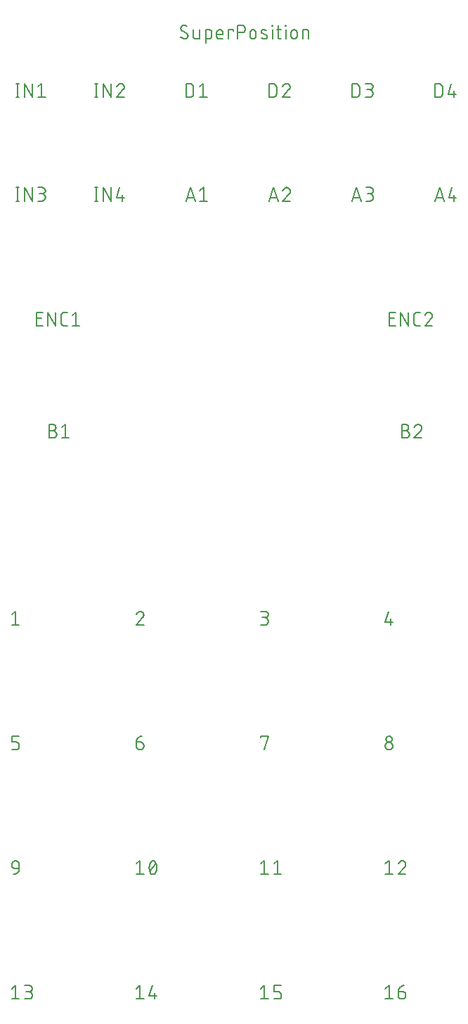
<source format=gbr>
G04 EAGLE Gerber RS-274X export*
G75*
%MOMM*%
%FSLAX34Y34*%
%LPD*%
%INSilkscreen Top*%
%IPPOS*%
%AMOC8*
5,1,8,0,0,1.08239X$1,22.5*%
G01*
%ADD10C,0.152400*%


D10*
X239481Y1246062D02*
X239599Y1246064D01*
X239717Y1246070D01*
X239835Y1246079D01*
X239952Y1246093D01*
X240069Y1246110D01*
X240186Y1246131D01*
X240301Y1246156D01*
X240416Y1246185D01*
X240530Y1246218D01*
X240642Y1246254D01*
X240753Y1246294D01*
X240863Y1246337D01*
X240972Y1246384D01*
X241079Y1246434D01*
X241184Y1246489D01*
X241287Y1246546D01*
X241388Y1246607D01*
X241488Y1246671D01*
X241585Y1246738D01*
X241680Y1246808D01*
X241772Y1246882D01*
X241863Y1246958D01*
X241950Y1247038D01*
X242035Y1247120D01*
X242117Y1247205D01*
X242197Y1247292D01*
X242273Y1247383D01*
X242347Y1247475D01*
X242417Y1247570D01*
X242484Y1247667D01*
X242548Y1247767D01*
X242609Y1247868D01*
X242666Y1247971D01*
X242721Y1248076D01*
X242771Y1248183D01*
X242818Y1248292D01*
X242861Y1248402D01*
X242901Y1248513D01*
X242937Y1248625D01*
X242970Y1248739D01*
X242999Y1248854D01*
X243024Y1248969D01*
X243045Y1249086D01*
X243062Y1249203D01*
X243076Y1249320D01*
X243085Y1249438D01*
X243091Y1249556D01*
X243093Y1249674D01*
X239481Y1246062D02*
X239298Y1246064D01*
X239116Y1246071D01*
X238934Y1246082D01*
X238752Y1246097D01*
X238570Y1246117D01*
X238389Y1246140D01*
X238209Y1246169D01*
X238029Y1246201D01*
X237850Y1246238D01*
X237673Y1246279D01*
X237496Y1246325D01*
X237320Y1246374D01*
X237146Y1246428D01*
X236972Y1246486D01*
X236801Y1246548D01*
X236631Y1246614D01*
X236462Y1246685D01*
X236295Y1246759D01*
X236130Y1246837D01*
X235967Y1246919D01*
X235806Y1247005D01*
X235647Y1247095D01*
X235490Y1247189D01*
X235336Y1247286D01*
X235184Y1247387D01*
X235034Y1247492D01*
X234887Y1247600D01*
X234743Y1247711D01*
X234601Y1247826D01*
X234462Y1247945D01*
X234326Y1248067D01*
X234193Y1248192D01*
X234063Y1248320D01*
X234514Y1258706D02*
X234516Y1258824D01*
X234522Y1258942D01*
X234531Y1259060D01*
X234545Y1259177D01*
X234562Y1259294D01*
X234583Y1259411D01*
X234608Y1259526D01*
X234637Y1259641D01*
X234670Y1259755D01*
X234706Y1259867D01*
X234746Y1259978D01*
X234789Y1260088D01*
X234836Y1260197D01*
X234886Y1260304D01*
X234941Y1260409D01*
X234998Y1260512D01*
X235059Y1260613D01*
X235123Y1260713D01*
X235190Y1260810D01*
X235260Y1260905D01*
X235334Y1260997D01*
X235410Y1261088D01*
X235490Y1261175D01*
X235572Y1261260D01*
X235657Y1261342D01*
X235744Y1261422D01*
X235835Y1261498D01*
X235927Y1261572D01*
X236022Y1261642D01*
X236119Y1261709D01*
X236219Y1261773D01*
X236320Y1261834D01*
X236423Y1261892D01*
X236528Y1261946D01*
X236635Y1261996D01*
X236744Y1262043D01*
X236854Y1262087D01*
X236965Y1262126D01*
X237078Y1262162D01*
X237191Y1262195D01*
X237306Y1262224D01*
X237421Y1262249D01*
X237538Y1262270D01*
X237655Y1262287D01*
X237772Y1262301D01*
X237890Y1262310D01*
X238008Y1262316D01*
X238126Y1262318D01*
X238287Y1262316D01*
X238449Y1262310D01*
X238610Y1262301D01*
X238771Y1262287D01*
X238931Y1262270D01*
X239091Y1262249D01*
X239251Y1262224D01*
X239410Y1262195D01*
X239568Y1262163D01*
X239725Y1262127D01*
X239881Y1262087D01*
X240037Y1262043D01*
X240191Y1261995D01*
X240344Y1261944D01*
X240496Y1261890D01*
X240647Y1261831D01*
X240796Y1261770D01*
X240943Y1261704D01*
X241089Y1261635D01*
X241234Y1261563D01*
X241376Y1261487D01*
X241517Y1261408D01*
X241656Y1261326D01*
X241792Y1261240D01*
X241927Y1261151D01*
X242060Y1261059D01*
X242190Y1260963D01*
X236319Y1255545D02*
X236218Y1255607D01*
X236118Y1255672D01*
X236021Y1255741D01*
X235926Y1255813D01*
X235833Y1255887D01*
X235743Y1255965D01*
X235655Y1256046D01*
X235570Y1256129D01*
X235488Y1256215D01*
X235409Y1256304D01*
X235332Y1256395D01*
X235259Y1256489D01*
X235188Y1256585D01*
X235121Y1256683D01*
X235057Y1256783D01*
X234996Y1256886D01*
X234939Y1256990D01*
X234885Y1257096D01*
X234835Y1257204D01*
X234788Y1257313D01*
X234744Y1257424D01*
X234704Y1257536D01*
X234668Y1257650D01*
X234636Y1257764D01*
X234607Y1257880D01*
X234582Y1257996D01*
X234561Y1258113D01*
X234544Y1258231D01*
X234530Y1258349D01*
X234521Y1258468D01*
X234515Y1258587D01*
X234513Y1258706D01*
X241287Y1252835D02*
X241388Y1252773D01*
X241488Y1252708D01*
X241585Y1252639D01*
X241680Y1252567D01*
X241773Y1252493D01*
X241863Y1252415D01*
X241951Y1252334D01*
X242036Y1252251D01*
X242118Y1252165D01*
X242197Y1252076D01*
X242274Y1251985D01*
X242347Y1251891D01*
X242418Y1251795D01*
X242485Y1251697D01*
X242549Y1251597D01*
X242610Y1251494D01*
X242667Y1251390D01*
X242721Y1251284D01*
X242771Y1251176D01*
X242818Y1251067D01*
X242862Y1250956D01*
X242902Y1250844D01*
X242938Y1250730D01*
X242970Y1250616D01*
X242999Y1250500D01*
X243024Y1250384D01*
X243045Y1250267D01*
X243062Y1250149D01*
X243076Y1250031D01*
X243085Y1249912D01*
X243091Y1249793D01*
X243093Y1249674D01*
X241287Y1252835D02*
X236320Y1255545D01*
X249554Y1256899D02*
X249554Y1248771D01*
X249555Y1248771D02*
X249557Y1248670D01*
X249563Y1248569D01*
X249572Y1248468D01*
X249585Y1248367D01*
X249602Y1248267D01*
X249623Y1248168D01*
X249647Y1248070D01*
X249675Y1247973D01*
X249707Y1247876D01*
X249742Y1247781D01*
X249781Y1247688D01*
X249823Y1247596D01*
X249869Y1247505D01*
X249918Y1247417D01*
X249970Y1247330D01*
X250026Y1247245D01*
X250084Y1247162D01*
X250146Y1247082D01*
X250211Y1247004D01*
X250278Y1246928D01*
X250348Y1246855D01*
X250421Y1246785D01*
X250497Y1246718D01*
X250575Y1246653D01*
X250655Y1246591D01*
X250738Y1246533D01*
X250823Y1246477D01*
X250910Y1246425D01*
X250998Y1246376D01*
X251089Y1246330D01*
X251181Y1246288D01*
X251274Y1246249D01*
X251369Y1246214D01*
X251466Y1246182D01*
X251563Y1246154D01*
X251661Y1246130D01*
X251760Y1246109D01*
X251860Y1246092D01*
X251961Y1246079D01*
X252062Y1246070D01*
X252163Y1246064D01*
X252264Y1246062D01*
X256779Y1246062D01*
X256779Y1256899D01*
X264217Y1256899D02*
X264217Y1240643D01*
X264217Y1256899D02*
X268732Y1256899D01*
X268836Y1256897D01*
X268939Y1256891D01*
X269043Y1256881D01*
X269146Y1256867D01*
X269248Y1256849D01*
X269349Y1256828D01*
X269450Y1256802D01*
X269549Y1256773D01*
X269648Y1256740D01*
X269745Y1256703D01*
X269840Y1256662D01*
X269934Y1256618D01*
X270026Y1256570D01*
X270116Y1256519D01*
X270205Y1256464D01*
X270291Y1256406D01*
X270374Y1256344D01*
X270456Y1256280D01*
X270534Y1256212D01*
X270610Y1256142D01*
X270684Y1256069D01*
X270754Y1255992D01*
X270822Y1255914D01*
X270886Y1255832D01*
X270948Y1255749D01*
X271006Y1255663D01*
X271061Y1255574D01*
X271112Y1255484D01*
X271160Y1255392D01*
X271204Y1255298D01*
X271245Y1255203D01*
X271282Y1255106D01*
X271315Y1255007D01*
X271344Y1254908D01*
X271370Y1254807D01*
X271391Y1254706D01*
X271409Y1254604D01*
X271423Y1254501D01*
X271433Y1254397D01*
X271439Y1254294D01*
X271441Y1254190D01*
X271442Y1254190D02*
X271442Y1248771D01*
X271441Y1248771D02*
X271439Y1248670D01*
X271433Y1248569D01*
X271424Y1248468D01*
X271411Y1248367D01*
X271394Y1248267D01*
X271373Y1248168D01*
X271349Y1248070D01*
X271321Y1247973D01*
X271289Y1247876D01*
X271254Y1247781D01*
X271215Y1247688D01*
X271173Y1247596D01*
X271127Y1247505D01*
X271078Y1247417D01*
X271026Y1247330D01*
X270970Y1247245D01*
X270912Y1247162D01*
X270850Y1247082D01*
X270785Y1247004D01*
X270718Y1246928D01*
X270648Y1246855D01*
X270575Y1246785D01*
X270499Y1246718D01*
X270421Y1246653D01*
X270341Y1246591D01*
X270258Y1246533D01*
X270173Y1246477D01*
X270087Y1246425D01*
X269998Y1246376D01*
X269907Y1246330D01*
X269815Y1246288D01*
X269722Y1246249D01*
X269627Y1246214D01*
X269530Y1246182D01*
X269433Y1246154D01*
X269335Y1246130D01*
X269236Y1246109D01*
X269136Y1246092D01*
X269035Y1246079D01*
X268934Y1246070D01*
X268833Y1246064D01*
X268732Y1246062D01*
X264217Y1246062D01*
X280400Y1246062D02*
X284915Y1246062D01*
X280400Y1246062D02*
X280299Y1246064D01*
X280198Y1246070D01*
X280097Y1246079D01*
X279996Y1246092D01*
X279896Y1246109D01*
X279797Y1246130D01*
X279699Y1246154D01*
X279602Y1246182D01*
X279505Y1246214D01*
X279410Y1246249D01*
X279317Y1246288D01*
X279225Y1246330D01*
X279134Y1246376D01*
X279046Y1246425D01*
X278959Y1246477D01*
X278874Y1246533D01*
X278791Y1246591D01*
X278711Y1246653D01*
X278633Y1246718D01*
X278557Y1246785D01*
X278484Y1246855D01*
X278414Y1246928D01*
X278347Y1247004D01*
X278282Y1247082D01*
X278220Y1247162D01*
X278162Y1247245D01*
X278106Y1247330D01*
X278054Y1247417D01*
X278005Y1247505D01*
X277959Y1247596D01*
X277917Y1247688D01*
X277878Y1247781D01*
X277843Y1247876D01*
X277811Y1247973D01*
X277783Y1248070D01*
X277759Y1248168D01*
X277738Y1248267D01*
X277721Y1248367D01*
X277708Y1248468D01*
X277699Y1248569D01*
X277693Y1248670D01*
X277691Y1248771D01*
X277690Y1248771D02*
X277690Y1253287D01*
X277691Y1253287D02*
X277693Y1253406D01*
X277699Y1253526D01*
X277709Y1253645D01*
X277723Y1253763D01*
X277740Y1253882D01*
X277762Y1253999D01*
X277787Y1254116D01*
X277817Y1254231D01*
X277850Y1254346D01*
X277887Y1254460D01*
X277927Y1254572D01*
X277972Y1254683D01*
X278020Y1254792D01*
X278071Y1254900D01*
X278126Y1255006D01*
X278185Y1255110D01*
X278247Y1255212D01*
X278312Y1255312D01*
X278381Y1255410D01*
X278453Y1255506D01*
X278528Y1255599D01*
X278605Y1255689D01*
X278686Y1255777D01*
X278770Y1255862D01*
X278857Y1255944D01*
X278946Y1256024D01*
X279038Y1256100D01*
X279132Y1256174D01*
X279229Y1256244D01*
X279327Y1256311D01*
X279428Y1256375D01*
X279532Y1256435D01*
X279637Y1256492D01*
X279744Y1256545D01*
X279852Y1256595D01*
X279962Y1256641D01*
X280074Y1256683D01*
X280187Y1256722D01*
X280301Y1256757D01*
X280416Y1256788D01*
X280533Y1256816D01*
X280650Y1256839D01*
X280767Y1256859D01*
X280886Y1256875D01*
X281005Y1256887D01*
X281124Y1256895D01*
X281243Y1256899D01*
X281363Y1256899D01*
X281482Y1256895D01*
X281601Y1256887D01*
X281720Y1256875D01*
X281839Y1256859D01*
X281956Y1256839D01*
X282073Y1256816D01*
X282190Y1256788D01*
X282305Y1256757D01*
X282419Y1256722D01*
X282532Y1256683D01*
X282644Y1256641D01*
X282754Y1256595D01*
X282862Y1256545D01*
X282969Y1256492D01*
X283074Y1256435D01*
X283178Y1256375D01*
X283279Y1256311D01*
X283377Y1256244D01*
X283474Y1256174D01*
X283568Y1256100D01*
X283660Y1256024D01*
X283749Y1255944D01*
X283836Y1255862D01*
X283920Y1255777D01*
X284001Y1255689D01*
X284078Y1255599D01*
X284153Y1255506D01*
X284225Y1255410D01*
X284294Y1255312D01*
X284359Y1255212D01*
X284421Y1255110D01*
X284480Y1255006D01*
X284535Y1254900D01*
X284586Y1254792D01*
X284634Y1254683D01*
X284679Y1254572D01*
X284719Y1254460D01*
X284756Y1254346D01*
X284789Y1254231D01*
X284819Y1254116D01*
X284844Y1253999D01*
X284866Y1253882D01*
X284883Y1253763D01*
X284897Y1253645D01*
X284907Y1253526D01*
X284913Y1253406D01*
X284915Y1253287D01*
X284915Y1251481D01*
X277690Y1251481D01*
X291843Y1246062D02*
X291843Y1256899D01*
X297262Y1256899D01*
X297262Y1255093D01*
X303050Y1262318D02*
X303050Y1246062D01*
X303050Y1262318D02*
X307566Y1262318D01*
X307699Y1262316D01*
X307831Y1262310D01*
X307963Y1262300D01*
X308095Y1262287D01*
X308227Y1262269D01*
X308357Y1262248D01*
X308488Y1262223D01*
X308617Y1262194D01*
X308745Y1262161D01*
X308873Y1262125D01*
X308999Y1262085D01*
X309124Y1262041D01*
X309248Y1261993D01*
X309370Y1261942D01*
X309491Y1261887D01*
X309610Y1261829D01*
X309728Y1261767D01*
X309843Y1261702D01*
X309957Y1261633D01*
X310068Y1261562D01*
X310177Y1261486D01*
X310284Y1261408D01*
X310389Y1261327D01*
X310491Y1261242D01*
X310591Y1261155D01*
X310688Y1261065D01*
X310783Y1260972D01*
X310874Y1260876D01*
X310963Y1260778D01*
X311049Y1260677D01*
X311132Y1260573D01*
X311212Y1260467D01*
X311288Y1260359D01*
X311362Y1260249D01*
X311432Y1260136D01*
X311499Y1260022D01*
X311562Y1259905D01*
X311622Y1259787D01*
X311679Y1259667D01*
X311732Y1259545D01*
X311781Y1259422D01*
X311827Y1259298D01*
X311869Y1259172D01*
X311907Y1259045D01*
X311942Y1258917D01*
X311973Y1258788D01*
X312000Y1258659D01*
X312023Y1258528D01*
X312043Y1258397D01*
X312058Y1258265D01*
X312070Y1258133D01*
X312078Y1258001D01*
X312082Y1257868D01*
X312082Y1257736D01*
X312078Y1257603D01*
X312070Y1257471D01*
X312058Y1257339D01*
X312043Y1257207D01*
X312023Y1257076D01*
X312000Y1256945D01*
X311973Y1256816D01*
X311942Y1256687D01*
X311907Y1256559D01*
X311869Y1256432D01*
X311827Y1256306D01*
X311781Y1256182D01*
X311732Y1256059D01*
X311679Y1255937D01*
X311622Y1255817D01*
X311562Y1255699D01*
X311499Y1255582D01*
X311432Y1255468D01*
X311362Y1255355D01*
X311288Y1255245D01*
X311212Y1255137D01*
X311132Y1255031D01*
X311049Y1254927D01*
X310963Y1254826D01*
X310874Y1254728D01*
X310783Y1254632D01*
X310688Y1254539D01*
X310591Y1254449D01*
X310491Y1254362D01*
X310389Y1254277D01*
X310284Y1254196D01*
X310177Y1254118D01*
X310068Y1254042D01*
X309957Y1253971D01*
X309843Y1253902D01*
X309728Y1253837D01*
X309610Y1253775D01*
X309491Y1253717D01*
X309370Y1253662D01*
X309248Y1253611D01*
X309124Y1253563D01*
X308999Y1253519D01*
X308873Y1253479D01*
X308745Y1253443D01*
X308617Y1253410D01*
X308488Y1253381D01*
X308357Y1253356D01*
X308227Y1253335D01*
X308095Y1253317D01*
X307963Y1253304D01*
X307831Y1253294D01*
X307699Y1253288D01*
X307566Y1253286D01*
X307566Y1253287D02*
X303050Y1253287D01*
X317811Y1253287D02*
X317811Y1249674D01*
X317811Y1253287D02*
X317813Y1253406D01*
X317819Y1253526D01*
X317829Y1253645D01*
X317843Y1253763D01*
X317860Y1253882D01*
X317882Y1253999D01*
X317907Y1254116D01*
X317937Y1254231D01*
X317970Y1254346D01*
X318007Y1254460D01*
X318047Y1254572D01*
X318092Y1254683D01*
X318140Y1254792D01*
X318191Y1254900D01*
X318246Y1255006D01*
X318305Y1255110D01*
X318367Y1255212D01*
X318432Y1255312D01*
X318501Y1255410D01*
X318573Y1255506D01*
X318648Y1255599D01*
X318725Y1255689D01*
X318806Y1255777D01*
X318890Y1255862D01*
X318977Y1255944D01*
X319066Y1256024D01*
X319158Y1256100D01*
X319252Y1256174D01*
X319349Y1256244D01*
X319447Y1256311D01*
X319548Y1256375D01*
X319652Y1256435D01*
X319757Y1256492D01*
X319864Y1256545D01*
X319972Y1256595D01*
X320082Y1256641D01*
X320194Y1256683D01*
X320307Y1256722D01*
X320421Y1256757D01*
X320536Y1256788D01*
X320653Y1256816D01*
X320770Y1256839D01*
X320887Y1256859D01*
X321006Y1256875D01*
X321125Y1256887D01*
X321244Y1256895D01*
X321363Y1256899D01*
X321483Y1256899D01*
X321602Y1256895D01*
X321721Y1256887D01*
X321840Y1256875D01*
X321959Y1256859D01*
X322076Y1256839D01*
X322193Y1256816D01*
X322310Y1256788D01*
X322425Y1256757D01*
X322539Y1256722D01*
X322652Y1256683D01*
X322764Y1256641D01*
X322874Y1256595D01*
X322982Y1256545D01*
X323089Y1256492D01*
X323194Y1256435D01*
X323298Y1256375D01*
X323399Y1256311D01*
X323497Y1256244D01*
X323594Y1256174D01*
X323688Y1256100D01*
X323780Y1256024D01*
X323869Y1255944D01*
X323956Y1255862D01*
X324040Y1255777D01*
X324121Y1255689D01*
X324198Y1255599D01*
X324273Y1255506D01*
X324345Y1255410D01*
X324414Y1255312D01*
X324479Y1255212D01*
X324541Y1255110D01*
X324600Y1255006D01*
X324655Y1254900D01*
X324706Y1254792D01*
X324754Y1254683D01*
X324799Y1254572D01*
X324839Y1254460D01*
X324876Y1254346D01*
X324909Y1254231D01*
X324939Y1254116D01*
X324964Y1253999D01*
X324986Y1253882D01*
X325003Y1253763D01*
X325017Y1253645D01*
X325027Y1253526D01*
X325033Y1253406D01*
X325035Y1253287D01*
X325035Y1249674D01*
X325033Y1249555D01*
X325027Y1249435D01*
X325017Y1249316D01*
X325003Y1249198D01*
X324986Y1249079D01*
X324964Y1248962D01*
X324939Y1248845D01*
X324909Y1248730D01*
X324876Y1248615D01*
X324839Y1248501D01*
X324799Y1248389D01*
X324754Y1248278D01*
X324706Y1248169D01*
X324655Y1248061D01*
X324600Y1247955D01*
X324541Y1247851D01*
X324479Y1247749D01*
X324414Y1247649D01*
X324345Y1247551D01*
X324273Y1247455D01*
X324198Y1247362D01*
X324121Y1247272D01*
X324040Y1247184D01*
X323956Y1247099D01*
X323869Y1247017D01*
X323780Y1246937D01*
X323688Y1246861D01*
X323594Y1246787D01*
X323497Y1246717D01*
X323399Y1246650D01*
X323298Y1246586D01*
X323194Y1246526D01*
X323089Y1246469D01*
X322982Y1246416D01*
X322874Y1246366D01*
X322764Y1246320D01*
X322652Y1246278D01*
X322539Y1246239D01*
X322425Y1246204D01*
X322310Y1246173D01*
X322193Y1246145D01*
X322076Y1246122D01*
X321959Y1246102D01*
X321840Y1246086D01*
X321721Y1246074D01*
X321602Y1246066D01*
X321483Y1246062D01*
X321363Y1246062D01*
X321244Y1246066D01*
X321125Y1246074D01*
X321006Y1246086D01*
X320887Y1246102D01*
X320770Y1246122D01*
X320653Y1246145D01*
X320536Y1246173D01*
X320421Y1246204D01*
X320307Y1246239D01*
X320194Y1246278D01*
X320082Y1246320D01*
X319972Y1246366D01*
X319864Y1246416D01*
X319757Y1246469D01*
X319652Y1246526D01*
X319548Y1246586D01*
X319447Y1246650D01*
X319349Y1246717D01*
X319252Y1246787D01*
X319158Y1246861D01*
X319066Y1246937D01*
X318977Y1247017D01*
X318890Y1247099D01*
X318806Y1247184D01*
X318725Y1247272D01*
X318648Y1247362D01*
X318573Y1247455D01*
X318501Y1247551D01*
X318432Y1247649D01*
X318367Y1247749D01*
X318305Y1247851D01*
X318246Y1247955D01*
X318191Y1248061D01*
X318140Y1248169D01*
X318092Y1248278D01*
X318047Y1248389D01*
X318007Y1248501D01*
X317970Y1248615D01*
X317937Y1248730D01*
X317907Y1248845D01*
X317882Y1248962D01*
X317860Y1249079D01*
X317843Y1249198D01*
X317829Y1249316D01*
X317819Y1249435D01*
X317813Y1249555D01*
X317811Y1249674D01*
X332712Y1252384D02*
X337228Y1250578D01*
X332712Y1252384D02*
X332624Y1252421D01*
X332538Y1252462D01*
X332453Y1252506D01*
X332370Y1252554D01*
X332290Y1252605D01*
X332211Y1252659D01*
X332135Y1252717D01*
X332061Y1252777D01*
X331989Y1252841D01*
X331921Y1252907D01*
X331855Y1252977D01*
X331792Y1253048D01*
X331731Y1253123D01*
X331674Y1253199D01*
X331621Y1253278D01*
X331570Y1253359D01*
X331523Y1253442D01*
X331479Y1253527D01*
X331439Y1253614D01*
X331402Y1253702D01*
X331369Y1253792D01*
X331339Y1253883D01*
X331314Y1253975D01*
X331292Y1254068D01*
X331274Y1254162D01*
X331259Y1254256D01*
X331249Y1254351D01*
X331243Y1254447D01*
X331240Y1254542D01*
X331241Y1254638D01*
X331247Y1254733D01*
X331256Y1254829D01*
X331269Y1254923D01*
X331285Y1255017D01*
X331306Y1255111D01*
X331331Y1255203D01*
X331359Y1255294D01*
X331391Y1255384D01*
X331426Y1255473D01*
X331465Y1255560D01*
X331508Y1255646D01*
X331554Y1255730D01*
X331604Y1255811D01*
X331656Y1255891D01*
X331712Y1255969D01*
X331772Y1256044D01*
X331834Y1256116D01*
X331899Y1256186D01*
X331967Y1256254D01*
X332037Y1256318D01*
X332110Y1256380D01*
X332186Y1256438D01*
X332264Y1256494D01*
X332344Y1256546D01*
X332426Y1256595D01*
X332510Y1256640D01*
X332596Y1256682D01*
X332683Y1256721D01*
X332772Y1256756D01*
X332863Y1256787D01*
X332954Y1256814D01*
X333047Y1256838D01*
X333140Y1256858D01*
X333234Y1256874D01*
X333329Y1256886D01*
X333424Y1256895D01*
X333520Y1256899D01*
X333615Y1256900D01*
X333862Y1256893D01*
X334108Y1256881D01*
X334354Y1256863D01*
X334600Y1256838D01*
X334844Y1256808D01*
X335088Y1256772D01*
X335331Y1256731D01*
X335573Y1256683D01*
X335814Y1256629D01*
X336053Y1256570D01*
X336291Y1256505D01*
X336527Y1256434D01*
X336762Y1256358D01*
X336995Y1256276D01*
X337225Y1256188D01*
X337453Y1256095D01*
X337680Y1255997D01*
X337228Y1250577D02*
X337316Y1250540D01*
X337402Y1250499D01*
X337487Y1250455D01*
X337570Y1250407D01*
X337650Y1250356D01*
X337729Y1250302D01*
X337805Y1250244D01*
X337879Y1250184D01*
X337951Y1250120D01*
X338019Y1250054D01*
X338085Y1249984D01*
X338148Y1249913D01*
X338209Y1249838D01*
X338266Y1249762D01*
X338319Y1249683D01*
X338370Y1249602D01*
X338417Y1249519D01*
X338461Y1249434D01*
X338501Y1249347D01*
X338538Y1249259D01*
X338571Y1249169D01*
X338601Y1249078D01*
X338626Y1248986D01*
X338648Y1248893D01*
X338666Y1248799D01*
X338681Y1248705D01*
X338691Y1248610D01*
X338697Y1248514D01*
X338700Y1248419D01*
X338699Y1248323D01*
X338693Y1248228D01*
X338684Y1248132D01*
X338671Y1248038D01*
X338655Y1247944D01*
X338634Y1247850D01*
X338609Y1247758D01*
X338581Y1247667D01*
X338549Y1247577D01*
X338514Y1247488D01*
X338475Y1247401D01*
X338432Y1247315D01*
X338386Y1247231D01*
X338336Y1247150D01*
X338284Y1247070D01*
X338228Y1246992D01*
X338168Y1246917D01*
X338106Y1246845D01*
X338041Y1246775D01*
X337973Y1246707D01*
X337903Y1246643D01*
X337830Y1246581D01*
X337754Y1246523D01*
X337676Y1246467D01*
X337596Y1246415D01*
X337514Y1246366D01*
X337430Y1246321D01*
X337344Y1246279D01*
X337257Y1246240D01*
X337168Y1246205D01*
X337077Y1246174D01*
X336986Y1246147D01*
X336893Y1246123D01*
X336800Y1246103D01*
X336706Y1246087D01*
X336611Y1246075D01*
X336516Y1246066D01*
X336420Y1246062D01*
X336325Y1246061D01*
X336324Y1246062D02*
X335962Y1246071D01*
X335600Y1246089D01*
X335239Y1246116D01*
X334879Y1246151D01*
X334519Y1246194D01*
X334160Y1246246D01*
X333803Y1246307D01*
X333448Y1246376D01*
X333094Y1246453D01*
X332742Y1246539D01*
X332392Y1246633D01*
X332044Y1246736D01*
X331699Y1246846D01*
X331357Y1246965D01*
X344870Y1246062D02*
X344870Y1256899D01*
X344418Y1261415D02*
X344418Y1262318D01*
X345321Y1262318D01*
X345321Y1261415D01*
X344418Y1261415D01*
X349860Y1256899D02*
X355279Y1256899D01*
X351666Y1262318D02*
X351666Y1248771D01*
X351668Y1248670D01*
X351674Y1248569D01*
X351683Y1248468D01*
X351696Y1248367D01*
X351713Y1248267D01*
X351734Y1248168D01*
X351758Y1248070D01*
X351786Y1247973D01*
X351818Y1247876D01*
X351853Y1247781D01*
X351892Y1247688D01*
X351934Y1247596D01*
X351980Y1247505D01*
X352029Y1247417D01*
X352081Y1247330D01*
X352137Y1247245D01*
X352195Y1247162D01*
X352257Y1247082D01*
X352322Y1247004D01*
X352389Y1246928D01*
X352459Y1246855D01*
X352532Y1246785D01*
X352608Y1246718D01*
X352686Y1246653D01*
X352766Y1246591D01*
X352849Y1246533D01*
X352934Y1246477D01*
X353021Y1246425D01*
X353109Y1246376D01*
X353200Y1246330D01*
X353292Y1246288D01*
X353385Y1246249D01*
X353480Y1246214D01*
X353577Y1246182D01*
X353674Y1246154D01*
X353772Y1246130D01*
X353871Y1246109D01*
X353971Y1246092D01*
X354072Y1246079D01*
X354173Y1246070D01*
X354274Y1246064D01*
X354375Y1246062D01*
X355279Y1246062D01*
X361022Y1246062D02*
X361022Y1256899D01*
X360571Y1261415D02*
X360571Y1262318D01*
X361474Y1262318D01*
X361474Y1261415D01*
X360571Y1261415D01*
X367309Y1253287D02*
X367309Y1249674D01*
X367310Y1253287D02*
X367312Y1253406D01*
X367318Y1253526D01*
X367328Y1253645D01*
X367342Y1253763D01*
X367359Y1253882D01*
X367381Y1253999D01*
X367406Y1254116D01*
X367436Y1254231D01*
X367469Y1254346D01*
X367506Y1254460D01*
X367546Y1254572D01*
X367591Y1254683D01*
X367639Y1254792D01*
X367690Y1254900D01*
X367745Y1255006D01*
X367804Y1255110D01*
X367866Y1255212D01*
X367931Y1255312D01*
X368000Y1255410D01*
X368072Y1255506D01*
X368147Y1255599D01*
X368224Y1255689D01*
X368305Y1255777D01*
X368389Y1255862D01*
X368476Y1255944D01*
X368565Y1256024D01*
X368657Y1256100D01*
X368751Y1256174D01*
X368848Y1256244D01*
X368946Y1256311D01*
X369047Y1256375D01*
X369151Y1256435D01*
X369256Y1256492D01*
X369363Y1256545D01*
X369471Y1256595D01*
X369581Y1256641D01*
X369693Y1256683D01*
X369806Y1256722D01*
X369920Y1256757D01*
X370035Y1256788D01*
X370152Y1256816D01*
X370269Y1256839D01*
X370386Y1256859D01*
X370505Y1256875D01*
X370624Y1256887D01*
X370743Y1256895D01*
X370862Y1256899D01*
X370982Y1256899D01*
X371101Y1256895D01*
X371220Y1256887D01*
X371339Y1256875D01*
X371458Y1256859D01*
X371575Y1256839D01*
X371692Y1256816D01*
X371809Y1256788D01*
X371924Y1256757D01*
X372038Y1256722D01*
X372151Y1256683D01*
X372263Y1256641D01*
X372373Y1256595D01*
X372481Y1256545D01*
X372588Y1256492D01*
X372693Y1256435D01*
X372797Y1256375D01*
X372898Y1256311D01*
X372996Y1256244D01*
X373093Y1256174D01*
X373187Y1256100D01*
X373279Y1256024D01*
X373368Y1255944D01*
X373455Y1255862D01*
X373539Y1255777D01*
X373620Y1255689D01*
X373697Y1255599D01*
X373772Y1255506D01*
X373844Y1255410D01*
X373913Y1255312D01*
X373978Y1255212D01*
X374040Y1255110D01*
X374099Y1255006D01*
X374154Y1254900D01*
X374205Y1254792D01*
X374253Y1254683D01*
X374298Y1254572D01*
X374338Y1254460D01*
X374375Y1254346D01*
X374408Y1254231D01*
X374438Y1254116D01*
X374463Y1253999D01*
X374485Y1253882D01*
X374502Y1253763D01*
X374516Y1253645D01*
X374526Y1253526D01*
X374532Y1253406D01*
X374534Y1253287D01*
X374534Y1249674D01*
X374532Y1249555D01*
X374526Y1249435D01*
X374516Y1249316D01*
X374502Y1249198D01*
X374485Y1249079D01*
X374463Y1248962D01*
X374438Y1248845D01*
X374408Y1248730D01*
X374375Y1248615D01*
X374338Y1248501D01*
X374298Y1248389D01*
X374253Y1248278D01*
X374205Y1248169D01*
X374154Y1248061D01*
X374099Y1247955D01*
X374040Y1247851D01*
X373978Y1247749D01*
X373913Y1247649D01*
X373844Y1247551D01*
X373772Y1247455D01*
X373697Y1247362D01*
X373620Y1247272D01*
X373539Y1247184D01*
X373455Y1247099D01*
X373368Y1247017D01*
X373279Y1246937D01*
X373187Y1246861D01*
X373093Y1246787D01*
X372996Y1246717D01*
X372898Y1246650D01*
X372797Y1246586D01*
X372693Y1246526D01*
X372588Y1246469D01*
X372481Y1246416D01*
X372373Y1246366D01*
X372263Y1246320D01*
X372151Y1246278D01*
X372038Y1246239D01*
X371924Y1246204D01*
X371809Y1246173D01*
X371692Y1246145D01*
X371575Y1246122D01*
X371458Y1246102D01*
X371339Y1246086D01*
X371220Y1246074D01*
X371101Y1246066D01*
X370982Y1246062D01*
X370862Y1246062D01*
X370743Y1246066D01*
X370624Y1246074D01*
X370505Y1246086D01*
X370386Y1246102D01*
X370269Y1246122D01*
X370152Y1246145D01*
X370035Y1246173D01*
X369920Y1246204D01*
X369806Y1246239D01*
X369693Y1246278D01*
X369581Y1246320D01*
X369471Y1246366D01*
X369363Y1246416D01*
X369256Y1246469D01*
X369151Y1246526D01*
X369047Y1246586D01*
X368946Y1246650D01*
X368848Y1246717D01*
X368751Y1246787D01*
X368657Y1246861D01*
X368565Y1246937D01*
X368476Y1247017D01*
X368389Y1247099D01*
X368305Y1247184D01*
X368224Y1247272D01*
X368147Y1247362D01*
X368072Y1247455D01*
X368000Y1247551D01*
X367931Y1247649D01*
X367866Y1247749D01*
X367804Y1247851D01*
X367745Y1247955D01*
X367690Y1248061D01*
X367639Y1248169D01*
X367591Y1248278D01*
X367546Y1248389D01*
X367506Y1248501D01*
X367469Y1248615D01*
X367436Y1248730D01*
X367406Y1248845D01*
X367381Y1248962D01*
X367359Y1249079D01*
X367342Y1249198D01*
X367328Y1249316D01*
X367318Y1249435D01*
X367312Y1249555D01*
X367310Y1249674D01*
X381378Y1246062D02*
X381378Y1256899D01*
X385893Y1256899D01*
X385997Y1256897D01*
X386100Y1256891D01*
X386204Y1256881D01*
X386307Y1256867D01*
X386409Y1256849D01*
X386510Y1256828D01*
X386611Y1256802D01*
X386710Y1256773D01*
X386809Y1256740D01*
X386906Y1256703D01*
X387001Y1256662D01*
X387095Y1256618D01*
X387187Y1256570D01*
X387277Y1256519D01*
X387366Y1256464D01*
X387452Y1256406D01*
X387535Y1256344D01*
X387617Y1256280D01*
X387695Y1256212D01*
X387771Y1256142D01*
X387845Y1256069D01*
X387915Y1255992D01*
X387983Y1255914D01*
X388047Y1255832D01*
X388109Y1255749D01*
X388167Y1255663D01*
X388222Y1255574D01*
X388273Y1255484D01*
X388321Y1255392D01*
X388365Y1255298D01*
X388406Y1255203D01*
X388443Y1255106D01*
X388476Y1255007D01*
X388505Y1254908D01*
X388531Y1254807D01*
X388552Y1254706D01*
X388570Y1254604D01*
X388584Y1254501D01*
X388594Y1254397D01*
X388600Y1254294D01*
X388602Y1254190D01*
X388602Y1246062D01*
X37568Y1192018D02*
X37568Y1175762D01*
X35762Y1175762D02*
X39374Y1175762D01*
X39374Y1192018D02*
X35762Y1192018D01*
X46079Y1192018D02*
X46079Y1175762D01*
X55110Y1175762D02*
X46079Y1192018D01*
X55110Y1192018D02*
X55110Y1175762D01*
X62231Y1188406D02*
X66747Y1192018D01*
X66747Y1175762D01*
X71262Y1175762D02*
X62231Y1175762D01*
X132568Y1175762D02*
X132568Y1192018D01*
X130762Y1175762D02*
X134374Y1175762D01*
X134374Y1192018D02*
X130762Y1192018D01*
X141079Y1192018D02*
X141079Y1175762D01*
X150110Y1175762D02*
X141079Y1192018D01*
X150110Y1192018D02*
X150110Y1175762D01*
X166262Y1187954D02*
X166260Y1188079D01*
X166254Y1188204D01*
X166245Y1188329D01*
X166231Y1188453D01*
X166214Y1188577D01*
X166193Y1188701D01*
X166168Y1188823D01*
X166139Y1188945D01*
X166107Y1189066D01*
X166071Y1189186D01*
X166031Y1189305D01*
X165988Y1189422D01*
X165941Y1189538D01*
X165890Y1189653D01*
X165836Y1189765D01*
X165778Y1189877D01*
X165718Y1189986D01*
X165653Y1190093D01*
X165586Y1190199D01*
X165515Y1190302D01*
X165441Y1190403D01*
X165364Y1190502D01*
X165284Y1190598D01*
X165201Y1190692D01*
X165116Y1190783D01*
X165027Y1190872D01*
X164936Y1190957D01*
X164842Y1191040D01*
X164746Y1191120D01*
X164647Y1191197D01*
X164546Y1191271D01*
X164443Y1191342D01*
X164337Y1191409D01*
X164230Y1191474D01*
X164121Y1191534D01*
X164009Y1191592D01*
X163897Y1191646D01*
X163782Y1191697D01*
X163666Y1191744D01*
X163549Y1191787D01*
X163430Y1191827D01*
X163310Y1191863D01*
X163189Y1191895D01*
X163067Y1191924D01*
X162945Y1191949D01*
X162821Y1191970D01*
X162697Y1191987D01*
X162573Y1192001D01*
X162448Y1192010D01*
X162323Y1192016D01*
X162198Y1192018D01*
X162055Y1192016D01*
X161913Y1192010D01*
X161770Y1192000D01*
X161628Y1191987D01*
X161487Y1191969D01*
X161345Y1191948D01*
X161205Y1191923D01*
X161065Y1191894D01*
X160926Y1191861D01*
X160788Y1191824D01*
X160651Y1191784D01*
X160516Y1191740D01*
X160381Y1191692D01*
X160248Y1191640D01*
X160116Y1191585D01*
X159986Y1191526D01*
X159858Y1191464D01*
X159731Y1191398D01*
X159606Y1191329D01*
X159483Y1191257D01*
X159363Y1191181D01*
X159244Y1191102D01*
X159127Y1191019D01*
X159013Y1190934D01*
X158901Y1190845D01*
X158792Y1190754D01*
X158685Y1190659D01*
X158580Y1190562D01*
X158479Y1190461D01*
X158380Y1190358D01*
X158284Y1190253D01*
X158191Y1190144D01*
X158101Y1190033D01*
X158014Y1189920D01*
X157930Y1189805D01*
X157850Y1189687D01*
X157772Y1189567D01*
X157698Y1189445D01*
X157628Y1189321D01*
X157560Y1189195D01*
X157497Y1189067D01*
X157436Y1188938D01*
X157379Y1188807D01*
X157326Y1188675D01*
X157277Y1188541D01*
X157231Y1188406D01*
X164907Y1184793D02*
X165001Y1184885D01*
X165091Y1184979D01*
X165179Y1185076D01*
X165264Y1185176D01*
X165346Y1185278D01*
X165425Y1185383D01*
X165500Y1185490D01*
X165572Y1185599D01*
X165641Y1185710D01*
X165707Y1185824D01*
X165769Y1185939D01*
X165828Y1186056D01*
X165883Y1186175D01*
X165934Y1186295D01*
X165982Y1186417D01*
X166027Y1186540D01*
X166067Y1186664D01*
X166104Y1186790D01*
X166137Y1186917D01*
X166166Y1187044D01*
X166192Y1187173D01*
X166213Y1187302D01*
X166231Y1187432D01*
X166244Y1187562D01*
X166254Y1187692D01*
X166260Y1187823D01*
X166262Y1187954D01*
X164907Y1184793D02*
X157231Y1175762D01*
X166262Y1175762D01*
X240762Y1175762D02*
X240762Y1192018D01*
X245278Y1192018D01*
X245409Y1192016D01*
X245541Y1192010D01*
X245672Y1192001D01*
X245802Y1191987D01*
X245933Y1191970D01*
X246062Y1191949D01*
X246191Y1191925D01*
X246319Y1191896D01*
X246447Y1191864D01*
X246573Y1191828D01*
X246698Y1191789D01*
X246823Y1191746D01*
X246945Y1191699D01*
X247067Y1191649D01*
X247187Y1191595D01*
X247305Y1191538D01*
X247421Y1191477D01*
X247536Y1191413D01*
X247649Y1191346D01*
X247760Y1191275D01*
X247868Y1191201D01*
X247975Y1191124D01*
X248079Y1191044D01*
X248181Y1190961D01*
X248280Y1190876D01*
X248377Y1190787D01*
X248471Y1190695D01*
X248563Y1190601D01*
X248652Y1190504D01*
X248737Y1190405D01*
X248820Y1190303D01*
X248900Y1190199D01*
X248977Y1190092D01*
X249051Y1189984D01*
X249122Y1189873D01*
X249189Y1189760D01*
X249253Y1189645D01*
X249314Y1189529D01*
X249371Y1189411D01*
X249425Y1189291D01*
X249475Y1189169D01*
X249522Y1189047D01*
X249565Y1188922D01*
X249604Y1188797D01*
X249640Y1188671D01*
X249672Y1188543D01*
X249701Y1188415D01*
X249725Y1188286D01*
X249746Y1188157D01*
X249763Y1188026D01*
X249777Y1187896D01*
X249786Y1187765D01*
X249792Y1187633D01*
X249794Y1187502D01*
X249793Y1187502D02*
X249793Y1180278D01*
X249794Y1180278D02*
X249792Y1180147D01*
X249786Y1180015D01*
X249777Y1179884D01*
X249763Y1179754D01*
X249746Y1179623D01*
X249725Y1179494D01*
X249701Y1179365D01*
X249672Y1179237D01*
X249640Y1179109D01*
X249604Y1178983D01*
X249565Y1178858D01*
X249522Y1178733D01*
X249475Y1178611D01*
X249425Y1178489D01*
X249371Y1178369D01*
X249314Y1178251D01*
X249253Y1178135D01*
X249189Y1178020D01*
X249122Y1177907D01*
X249051Y1177796D01*
X248977Y1177688D01*
X248900Y1177581D01*
X248820Y1177477D01*
X248737Y1177375D01*
X248652Y1177276D01*
X248563Y1177179D01*
X248471Y1177085D01*
X248377Y1176993D01*
X248280Y1176904D01*
X248181Y1176819D01*
X248079Y1176736D01*
X247975Y1176656D01*
X247868Y1176579D01*
X247760Y1176505D01*
X247649Y1176434D01*
X247536Y1176367D01*
X247421Y1176303D01*
X247305Y1176242D01*
X247187Y1176185D01*
X247067Y1176131D01*
X246945Y1176081D01*
X246823Y1176034D01*
X246698Y1175991D01*
X246573Y1175952D01*
X246447Y1175916D01*
X246319Y1175884D01*
X246191Y1175855D01*
X246062Y1175831D01*
X245932Y1175810D01*
X245802Y1175793D01*
X245672Y1175779D01*
X245541Y1175770D01*
X245409Y1175764D01*
X245278Y1175762D01*
X240762Y1175762D01*
X256914Y1188406D02*
X261430Y1192018D01*
X261430Y1175762D01*
X265945Y1175762D02*
X256914Y1175762D01*
X340762Y1175762D02*
X340762Y1192018D01*
X345278Y1192018D01*
X345409Y1192016D01*
X345541Y1192010D01*
X345672Y1192001D01*
X345802Y1191987D01*
X345933Y1191970D01*
X346062Y1191949D01*
X346191Y1191925D01*
X346319Y1191896D01*
X346447Y1191864D01*
X346573Y1191828D01*
X346698Y1191789D01*
X346823Y1191746D01*
X346945Y1191699D01*
X347067Y1191649D01*
X347187Y1191595D01*
X347305Y1191538D01*
X347421Y1191477D01*
X347536Y1191413D01*
X347649Y1191346D01*
X347760Y1191275D01*
X347868Y1191201D01*
X347975Y1191124D01*
X348079Y1191044D01*
X348181Y1190961D01*
X348280Y1190876D01*
X348377Y1190787D01*
X348471Y1190695D01*
X348563Y1190601D01*
X348652Y1190504D01*
X348737Y1190405D01*
X348820Y1190303D01*
X348900Y1190199D01*
X348977Y1190092D01*
X349051Y1189984D01*
X349122Y1189873D01*
X349189Y1189760D01*
X349253Y1189645D01*
X349314Y1189529D01*
X349371Y1189411D01*
X349425Y1189291D01*
X349475Y1189169D01*
X349522Y1189047D01*
X349565Y1188922D01*
X349604Y1188797D01*
X349640Y1188671D01*
X349672Y1188543D01*
X349701Y1188415D01*
X349725Y1188286D01*
X349746Y1188157D01*
X349763Y1188026D01*
X349777Y1187896D01*
X349786Y1187765D01*
X349792Y1187633D01*
X349794Y1187502D01*
X349793Y1187502D02*
X349793Y1180278D01*
X349794Y1180278D02*
X349792Y1180147D01*
X349786Y1180015D01*
X349777Y1179884D01*
X349763Y1179754D01*
X349746Y1179623D01*
X349725Y1179494D01*
X349701Y1179365D01*
X349672Y1179237D01*
X349640Y1179109D01*
X349604Y1178983D01*
X349565Y1178858D01*
X349522Y1178733D01*
X349475Y1178611D01*
X349425Y1178489D01*
X349371Y1178369D01*
X349314Y1178251D01*
X349253Y1178135D01*
X349189Y1178020D01*
X349122Y1177907D01*
X349051Y1177796D01*
X348977Y1177688D01*
X348900Y1177581D01*
X348820Y1177477D01*
X348737Y1177375D01*
X348652Y1177276D01*
X348563Y1177179D01*
X348471Y1177085D01*
X348377Y1176993D01*
X348280Y1176904D01*
X348181Y1176819D01*
X348079Y1176736D01*
X347975Y1176656D01*
X347868Y1176579D01*
X347760Y1176505D01*
X347649Y1176434D01*
X347536Y1176367D01*
X347421Y1176303D01*
X347305Y1176242D01*
X347187Y1176185D01*
X347067Y1176131D01*
X346945Y1176081D01*
X346823Y1176034D01*
X346698Y1175991D01*
X346573Y1175952D01*
X346447Y1175916D01*
X346319Y1175884D01*
X346191Y1175855D01*
X346062Y1175831D01*
X345932Y1175810D01*
X345802Y1175793D01*
X345672Y1175779D01*
X345541Y1175770D01*
X345409Y1175764D01*
X345278Y1175762D01*
X340762Y1175762D01*
X361881Y1192018D02*
X362006Y1192016D01*
X362131Y1192010D01*
X362256Y1192001D01*
X362380Y1191987D01*
X362504Y1191970D01*
X362628Y1191949D01*
X362750Y1191924D01*
X362872Y1191895D01*
X362993Y1191863D01*
X363113Y1191827D01*
X363232Y1191787D01*
X363349Y1191744D01*
X363465Y1191697D01*
X363580Y1191646D01*
X363692Y1191592D01*
X363804Y1191534D01*
X363913Y1191474D01*
X364020Y1191409D01*
X364126Y1191342D01*
X364229Y1191271D01*
X364330Y1191197D01*
X364429Y1191120D01*
X364525Y1191040D01*
X364619Y1190957D01*
X364710Y1190872D01*
X364799Y1190783D01*
X364884Y1190692D01*
X364967Y1190598D01*
X365047Y1190502D01*
X365124Y1190403D01*
X365198Y1190302D01*
X365269Y1190199D01*
X365336Y1190093D01*
X365401Y1189986D01*
X365461Y1189877D01*
X365519Y1189765D01*
X365573Y1189653D01*
X365624Y1189538D01*
X365671Y1189422D01*
X365714Y1189305D01*
X365754Y1189186D01*
X365790Y1189066D01*
X365822Y1188945D01*
X365851Y1188823D01*
X365876Y1188701D01*
X365897Y1188577D01*
X365914Y1188453D01*
X365928Y1188329D01*
X365937Y1188204D01*
X365943Y1188079D01*
X365945Y1187954D01*
X361881Y1192018D02*
X361738Y1192016D01*
X361596Y1192010D01*
X361453Y1192000D01*
X361311Y1191987D01*
X361170Y1191969D01*
X361028Y1191948D01*
X360888Y1191923D01*
X360748Y1191894D01*
X360609Y1191861D01*
X360471Y1191824D01*
X360334Y1191784D01*
X360199Y1191740D01*
X360064Y1191692D01*
X359931Y1191640D01*
X359799Y1191585D01*
X359669Y1191526D01*
X359541Y1191464D01*
X359414Y1191398D01*
X359289Y1191329D01*
X359166Y1191257D01*
X359046Y1191181D01*
X358927Y1191102D01*
X358810Y1191019D01*
X358696Y1190934D01*
X358584Y1190845D01*
X358475Y1190754D01*
X358368Y1190659D01*
X358263Y1190562D01*
X358162Y1190461D01*
X358063Y1190358D01*
X357967Y1190253D01*
X357874Y1190144D01*
X357784Y1190033D01*
X357697Y1189920D01*
X357613Y1189805D01*
X357533Y1189687D01*
X357455Y1189567D01*
X357381Y1189445D01*
X357311Y1189321D01*
X357243Y1189195D01*
X357180Y1189067D01*
X357119Y1188938D01*
X357062Y1188807D01*
X357009Y1188675D01*
X356960Y1188541D01*
X356914Y1188406D01*
X364590Y1184793D02*
X364684Y1184885D01*
X364774Y1184979D01*
X364862Y1185076D01*
X364947Y1185176D01*
X365029Y1185278D01*
X365108Y1185383D01*
X365183Y1185490D01*
X365255Y1185599D01*
X365324Y1185710D01*
X365390Y1185824D01*
X365452Y1185939D01*
X365511Y1186056D01*
X365566Y1186175D01*
X365617Y1186295D01*
X365665Y1186417D01*
X365710Y1186540D01*
X365750Y1186664D01*
X365787Y1186790D01*
X365820Y1186917D01*
X365849Y1187044D01*
X365875Y1187173D01*
X365896Y1187302D01*
X365914Y1187432D01*
X365927Y1187562D01*
X365937Y1187692D01*
X365943Y1187823D01*
X365945Y1187954D01*
X364591Y1184793D02*
X356914Y1175762D01*
X365945Y1175762D01*
X440762Y1175762D02*
X440762Y1192018D01*
X445278Y1192018D01*
X445409Y1192016D01*
X445541Y1192010D01*
X445672Y1192001D01*
X445802Y1191987D01*
X445933Y1191970D01*
X446062Y1191949D01*
X446191Y1191925D01*
X446319Y1191896D01*
X446447Y1191864D01*
X446573Y1191828D01*
X446698Y1191789D01*
X446823Y1191746D01*
X446945Y1191699D01*
X447067Y1191649D01*
X447187Y1191595D01*
X447305Y1191538D01*
X447421Y1191477D01*
X447536Y1191413D01*
X447649Y1191346D01*
X447760Y1191275D01*
X447868Y1191201D01*
X447975Y1191124D01*
X448079Y1191044D01*
X448181Y1190961D01*
X448280Y1190876D01*
X448377Y1190787D01*
X448471Y1190695D01*
X448563Y1190601D01*
X448652Y1190504D01*
X448737Y1190405D01*
X448820Y1190303D01*
X448900Y1190199D01*
X448977Y1190092D01*
X449051Y1189984D01*
X449122Y1189873D01*
X449189Y1189760D01*
X449253Y1189645D01*
X449314Y1189529D01*
X449371Y1189411D01*
X449425Y1189291D01*
X449475Y1189169D01*
X449522Y1189047D01*
X449565Y1188922D01*
X449604Y1188797D01*
X449640Y1188671D01*
X449672Y1188543D01*
X449701Y1188415D01*
X449725Y1188286D01*
X449746Y1188157D01*
X449763Y1188026D01*
X449777Y1187896D01*
X449786Y1187765D01*
X449792Y1187633D01*
X449794Y1187502D01*
X449793Y1187502D02*
X449793Y1180278D01*
X449794Y1180278D02*
X449792Y1180147D01*
X449786Y1180015D01*
X449777Y1179884D01*
X449763Y1179754D01*
X449746Y1179623D01*
X449725Y1179494D01*
X449701Y1179365D01*
X449672Y1179237D01*
X449640Y1179109D01*
X449604Y1178983D01*
X449565Y1178858D01*
X449522Y1178733D01*
X449475Y1178611D01*
X449425Y1178489D01*
X449371Y1178369D01*
X449314Y1178251D01*
X449253Y1178135D01*
X449189Y1178020D01*
X449122Y1177907D01*
X449051Y1177796D01*
X448977Y1177688D01*
X448900Y1177581D01*
X448820Y1177477D01*
X448737Y1177375D01*
X448652Y1177276D01*
X448563Y1177179D01*
X448471Y1177085D01*
X448377Y1176993D01*
X448280Y1176904D01*
X448181Y1176819D01*
X448079Y1176736D01*
X447975Y1176656D01*
X447868Y1176579D01*
X447760Y1176505D01*
X447649Y1176434D01*
X447536Y1176367D01*
X447421Y1176303D01*
X447305Y1176242D01*
X447187Y1176185D01*
X447067Y1176131D01*
X446945Y1176081D01*
X446823Y1176034D01*
X446698Y1175991D01*
X446573Y1175952D01*
X446447Y1175916D01*
X446319Y1175884D01*
X446191Y1175855D01*
X446062Y1175831D01*
X445932Y1175810D01*
X445802Y1175793D01*
X445672Y1175779D01*
X445541Y1175770D01*
X445409Y1175764D01*
X445278Y1175762D01*
X440762Y1175762D01*
X456914Y1175762D02*
X461430Y1175762D01*
X461563Y1175764D01*
X461695Y1175770D01*
X461827Y1175780D01*
X461959Y1175793D01*
X462091Y1175811D01*
X462221Y1175832D01*
X462352Y1175857D01*
X462481Y1175886D01*
X462609Y1175919D01*
X462737Y1175955D01*
X462863Y1175995D01*
X462988Y1176039D01*
X463112Y1176087D01*
X463234Y1176138D01*
X463355Y1176193D01*
X463474Y1176251D01*
X463592Y1176313D01*
X463707Y1176378D01*
X463821Y1176447D01*
X463932Y1176518D01*
X464041Y1176594D01*
X464148Y1176672D01*
X464253Y1176753D01*
X464355Y1176838D01*
X464455Y1176925D01*
X464552Y1177015D01*
X464647Y1177108D01*
X464738Y1177204D01*
X464827Y1177302D01*
X464913Y1177403D01*
X464996Y1177507D01*
X465076Y1177613D01*
X465152Y1177721D01*
X465226Y1177831D01*
X465296Y1177944D01*
X465363Y1178058D01*
X465426Y1178175D01*
X465486Y1178293D01*
X465543Y1178413D01*
X465596Y1178535D01*
X465645Y1178658D01*
X465691Y1178782D01*
X465733Y1178908D01*
X465771Y1179035D01*
X465806Y1179163D01*
X465837Y1179292D01*
X465864Y1179421D01*
X465887Y1179552D01*
X465907Y1179683D01*
X465922Y1179815D01*
X465934Y1179947D01*
X465942Y1180079D01*
X465946Y1180212D01*
X465946Y1180344D01*
X465942Y1180477D01*
X465934Y1180609D01*
X465922Y1180741D01*
X465907Y1180873D01*
X465887Y1181004D01*
X465864Y1181135D01*
X465837Y1181264D01*
X465806Y1181393D01*
X465771Y1181521D01*
X465733Y1181648D01*
X465691Y1181774D01*
X465645Y1181898D01*
X465596Y1182021D01*
X465543Y1182143D01*
X465486Y1182263D01*
X465426Y1182381D01*
X465363Y1182498D01*
X465296Y1182612D01*
X465226Y1182725D01*
X465152Y1182835D01*
X465076Y1182943D01*
X464996Y1183049D01*
X464913Y1183153D01*
X464827Y1183254D01*
X464738Y1183352D01*
X464647Y1183448D01*
X464552Y1183541D01*
X464455Y1183631D01*
X464355Y1183718D01*
X464253Y1183803D01*
X464148Y1183884D01*
X464041Y1183962D01*
X463932Y1184038D01*
X463821Y1184109D01*
X463707Y1184178D01*
X463592Y1184243D01*
X463474Y1184305D01*
X463355Y1184363D01*
X463234Y1184418D01*
X463112Y1184469D01*
X462988Y1184517D01*
X462863Y1184561D01*
X462737Y1184601D01*
X462609Y1184637D01*
X462481Y1184670D01*
X462352Y1184699D01*
X462221Y1184724D01*
X462091Y1184745D01*
X461959Y1184763D01*
X461827Y1184776D01*
X461695Y1184786D01*
X461563Y1184792D01*
X461430Y1184794D01*
X462333Y1192018D02*
X456914Y1192018D01*
X462333Y1192018D02*
X462452Y1192016D01*
X462572Y1192010D01*
X462691Y1192000D01*
X462809Y1191986D01*
X462928Y1191969D01*
X463045Y1191947D01*
X463162Y1191922D01*
X463277Y1191892D01*
X463392Y1191859D01*
X463506Y1191822D01*
X463618Y1191782D01*
X463729Y1191737D01*
X463838Y1191689D01*
X463946Y1191638D01*
X464052Y1191583D01*
X464156Y1191524D01*
X464258Y1191462D01*
X464358Y1191397D01*
X464456Y1191328D01*
X464552Y1191256D01*
X464645Y1191181D01*
X464735Y1191104D01*
X464823Y1191023D01*
X464908Y1190939D01*
X464990Y1190852D01*
X465070Y1190763D01*
X465146Y1190671D01*
X465220Y1190577D01*
X465290Y1190480D01*
X465357Y1190382D01*
X465421Y1190281D01*
X465481Y1190177D01*
X465538Y1190072D01*
X465591Y1189965D01*
X465641Y1189857D01*
X465687Y1189747D01*
X465729Y1189635D01*
X465768Y1189522D01*
X465803Y1189408D01*
X465834Y1189293D01*
X465862Y1189176D01*
X465885Y1189059D01*
X465905Y1188942D01*
X465921Y1188823D01*
X465933Y1188704D01*
X465941Y1188585D01*
X465945Y1188466D01*
X465945Y1188346D01*
X465941Y1188227D01*
X465933Y1188108D01*
X465921Y1187989D01*
X465905Y1187870D01*
X465885Y1187753D01*
X465862Y1187636D01*
X465834Y1187519D01*
X465803Y1187404D01*
X465768Y1187290D01*
X465729Y1187177D01*
X465687Y1187065D01*
X465641Y1186955D01*
X465591Y1186847D01*
X465538Y1186740D01*
X465481Y1186635D01*
X465421Y1186531D01*
X465357Y1186430D01*
X465290Y1186332D01*
X465220Y1186235D01*
X465146Y1186141D01*
X465070Y1186049D01*
X464990Y1185960D01*
X464908Y1185873D01*
X464823Y1185789D01*
X464735Y1185708D01*
X464645Y1185631D01*
X464552Y1185556D01*
X464456Y1185484D01*
X464358Y1185415D01*
X464258Y1185350D01*
X464156Y1185288D01*
X464052Y1185229D01*
X463946Y1185174D01*
X463838Y1185123D01*
X463729Y1185075D01*
X463618Y1185030D01*
X463506Y1184990D01*
X463392Y1184953D01*
X463277Y1184920D01*
X463162Y1184890D01*
X463045Y1184865D01*
X462928Y1184843D01*
X462809Y1184826D01*
X462691Y1184812D01*
X462572Y1184802D01*
X462452Y1184796D01*
X462333Y1184794D01*
X462333Y1184793D02*
X458721Y1184793D01*
X540762Y1192018D02*
X540762Y1175762D01*
X540762Y1192018D02*
X545278Y1192018D01*
X545409Y1192016D01*
X545541Y1192010D01*
X545672Y1192001D01*
X545802Y1191987D01*
X545933Y1191970D01*
X546062Y1191949D01*
X546191Y1191925D01*
X546319Y1191896D01*
X546447Y1191864D01*
X546573Y1191828D01*
X546698Y1191789D01*
X546823Y1191746D01*
X546945Y1191699D01*
X547067Y1191649D01*
X547187Y1191595D01*
X547305Y1191538D01*
X547421Y1191477D01*
X547536Y1191413D01*
X547649Y1191346D01*
X547760Y1191275D01*
X547868Y1191201D01*
X547975Y1191124D01*
X548079Y1191044D01*
X548181Y1190961D01*
X548280Y1190876D01*
X548377Y1190787D01*
X548471Y1190695D01*
X548563Y1190601D01*
X548652Y1190504D01*
X548737Y1190405D01*
X548820Y1190303D01*
X548900Y1190199D01*
X548977Y1190092D01*
X549051Y1189984D01*
X549122Y1189873D01*
X549189Y1189760D01*
X549253Y1189645D01*
X549314Y1189529D01*
X549371Y1189411D01*
X549425Y1189291D01*
X549475Y1189169D01*
X549522Y1189047D01*
X549565Y1188922D01*
X549604Y1188797D01*
X549640Y1188671D01*
X549672Y1188543D01*
X549701Y1188415D01*
X549725Y1188286D01*
X549746Y1188157D01*
X549763Y1188026D01*
X549777Y1187896D01*
X549786Y1187765D01*
X549792Y1187633D01*
X549794Y1187502D01*
X549793Y1187502D02*
X549793Y1180278D01*
X549794Y1180278D02*
X549792Y1180147D01*
X549786Y1180015D01*
X549777Y1179884D01*
X549763Y1179754D01*
X549746Y1179623D01*
X549725Y1179494D01*
X549701Y1179365D01*
X549672Y1179237D01*
X549640Y1179109D01*
X549604Y1178983D01*
X549565Y1178858D01*
X549522Y1178733D01*
X549475Y1178611D01*
X549425Y1178489D01*
X549371Y1178369D01*
X549314Y1178251D01*
X549253Y1178135D01*
X549189Y1178020D01*
X549122Y1177907D01*
X549051Y1177796D01*
X548977Y1177688D01*
X548900Y1177581D01*
X548820Y1177477D01*
X548737Y1177375D01*
X548652Y1177276D01*
X548563Y1177179D01*
X548471Y1177085D01*
X548377Y1176993D01*
X548280Y1176904D01*
X548181Y1176819D01*
X548079Y1176736D01*
X547975Y1176656D01*
X547868Y1176579D01*
X547760Y1176505D01*
X547649Y1176434D01*
X547536Y1176367D01*
X547421Y1176303D01*
X547305Y1176242D01*
X547187Y1176185D01*
X547067Y1176131D01*
X546945Y1176081D01*
X546823Y1176034D01*
X546698Y1175991D01*
X546573Y1175952D01*
X546447Y1175916D01*
X546319Y1175884D01*
X546191Y1175855D01*
X546062Y1175831D01*
X545932Y1175810D01*
X545802Y1175793D01*
X545672Y1175779D01*
X545541Y1175770D01*
X545409Y1175764D01*
X545278Y1175762D01*
X540762Y1175762D01*
X556914Y1179374D02*
X560527Y1192018D01*
X556914Y1179374D02*
X565945Y1179374D01*
X563236Y1182987D02*
X563236Y1175762D01*
X37568Y1067018D02*
X37568Y1050762D01*
X35762Y1050762D02*
X39374Y1050762D01*
X39374Y1067018D02*
X35762Y1067018D01*
X46079Y1067018D02*
X46079Y1050762D01*
X55110Y1050762D02*
X46079Y1067018D01*
X55110Y1067018D02*
X55110Y1050762D01*
X62231Y1050762D02*
X66747Y1050762D01*
X66880Y1050764D01*
X67012Y1050770D01*
X67144Y1050780D01*
X67276Y1050793D01*
X67408Y1050811D01*
X67538Y1050832D01*
X67669Y1050857D01*
X67798Y1050886D01*
X67926Y1050919D01*
X68054Y1050955D01*
X68180Y1050995D01*
X68305Y1051039D01*
X68429Y1051087D01*
X68551Y1051138D01*
X68672Y1051193D01*
X68791Y1051251D01*
X68909Y1051313D01*
X69024Y1051378D01*
X69138Y1051447D01*
X69249Y1051518D01*
X69358Y1051594D01*
X69465Y1051672D01*
X69570Y1051753D01*
X69672Y1051838D01*
X69772Y1051925D01*
X69869Y1052015D01*
X69964Y1052108D01*
X70055Y1052204D01*
X70144Y1052302D01*
X70230Y1052403D01*
X70313Y1052507D01*
X70393Y1052613D01*
X70469Y1052721D01*
X70543Y1052831D01*
X70613Y1052944D01*
X70680Y1053058D01*
X70743Y1053175D01*
X70803Y1053293D01*
X70860Y1053413D01*
X70913Y1053535D01*
X70962Y1053658D01*
X71008Y1053782D01*
X71050Y1053908D01*
X71088Y1054035D01*
X71123Y1054163D01*
X71154Y1054292D01*
X71181Y1054421D01*
X71204Y1054552D01*
X71224Y1054683D01*
X71239Y1054815D01*
X71251Y1054947D01*
X71259Y1055079D01*
X71263Y1055212D01*
X71263Y1055344D01*
X71259Y1055477D01*
X71251Y1055609D01*
X71239Y1055741D01*
X71224Y1055873D01*
X71204Y1056004D01*
X71181Y1056135D01*
X71154Y1056264D01*
X71123Y1056393D01*
X71088Y1056521D01*
X71050Y1056648D01*
X71008Y1056774D01*
X70962Y1056898D01*
X70913Y1057021D01*
X70860Y1057143D01*
X70803Y1057263D01*
X70743Y1057381D01*
X70680Y1057498D01*
X70613Y1057612D01*
X70543Y1057725D01*
X70469Y1057835D01*
X70393Y1057943D01*
X70313Y1058049D01*
X70230Y1058153D01*
X70144Y1058254D01*
X70055Y1058352D01*
X69964Y1058448D01*
X69869Y1058541D01*
X69772Y1058631D01*
X69672Y1058718D01*
X69570Y1058803D01*
X69465Y1058884D01*
X69358Y1058962D01*
X69249Y1059038D01*
X69138Y1059109D01*
X69024Y1059178D01*
X68909Y1059243D01*
X68791Y1059305D01*
X68672Y1059363D01*
X68551Y1059418D01*
X68429Y1059469D01*
X68305Y1059517D01*
X68180Y1059561D01*
X68054Y1059601D01*
X67926Y1059637D01*
X67798Y1059670D01*
X67669Y1059699D01*
X67538Y1059724D01*
X67408Y1059745D01*
X67276Y1059763D01*
X67144Y1059776D01*
X67012Y1059786D01*
X66880Y1059792D01*
X66747Y1059794D01*
X67650Y1067018D02*
X62231Y1067018D01*
X67650Y1067018D02*
X67769Y1067016D01*
X67889Y1067010D01*
X68008Y1067000D01*
X68126Y1066986D01*
X68245Y1066969D01*
X68362Y1066947D01*
X68479Y1066922D01*
X68594Y1066892D01*
X68709Y1066859D01*
X68823Y1066822D01*
X68935Y1066782D01*
X69046Y1066737D01*
X69155Y1066689D01*
X69263Y1066638D01*
X69369Y1066583D01*
X69473Y1066524D01*
X69575Y1066462D01*
X69675Y1066397D01*
X69773Y1066328D01*
X69869Y1066256D01*
X69962Y1066181D01*
X70052Y1066104D01*
X70140Y1066023D01*
X70225Y1065939D01*
X70307Y1065852D01*
X70387Y1065763D01*
X70463Y1065671D01*
X70537Y1065577D01*
X70607Y1065480D01*
X70674Y1065382D01*
X70738Y1065281D01*
X70798Y1065177D01*
X70855Y1065072D01*
X70908Y1064965D01*
X70958Y1064857D01*
X71004Y1064747D01*
X71046Y1064635D01*
X71085Y1064522D01*
X71120Y1064408D01*
X71151Y1064293D01*
X71179Y1064176D01*
X71202Y1064059D01*
X71222Y1063942D01*
X71238Y1063823D01*
X71250Y1063704D01*
X71258Y1063585D01*
X71262Y1063466D01*
X71262Y1063346D01*
X71258Y1063227D01*
X71250Y1063108D01*
X71238Y1062989D01*
X71222Y1062870D01*
X71202Y1062753D01*
X71179Y1062636D01*
X71151Y1062519D01*
X71120Y1062404D01*
X71085Y1062290D01*
X71046Y1062177D01*
X71004Y1062065D01*
X70958Y1061955D01*
X70908Y1061847D01*
X70855Y1061740D01*
X70798Y1061635D01*
X70738Y1061531D01*
X70674Y1061430D01*
X70607Y1061332D01*
X70537Y1061235D01*
X70463Y1061141D01*
X70387Y1061049D01*
X70307Y1060960D01*
X70225Y1060873D01*
X70140Y1060789D01*
X70052Y1060708D01*
X69962Y1060631D01*
X69869Y1060556D01*
X69773Y1060484D01*
X69675Y1060415D01*
X69575Y1060350D01*
X69473Y1060288D01*
X69369Y1060229D01*
X69263Y1060174D01*
X69155Y1060123D01*
X69046Y1060075D01*
X68935Y1060030D01*
X68823Y1059990D01*
X68709Y1059953D01*
X68594Y1059920D01*
X68479Y1059890D01*
X68362Y1059865D01*
X68245Y1059843D01*
X68126Y1059826D01*
X68008Y1059812D01*
X67889Y1059802D01*
X67769Y1059796D01*
X67650Y1059794D01*
X67650Y1059793D02*
X64037Y1059793D01*
X132568Y1067018D02*
X132568Y1050762D01*
X130762Y1050762D02*
X134374Y1050762D01*
X134374Y1067018D02*
X130762Y1067018D01*
X141079Y1067018D02*
X141079Y1050762D01*
X150110Y1050762D02*
X141079Y1067018D01*
X150110Y1067018D02*
X150110Y1050762D01*
X157231Y1054374D02*
X160843Y1067018D01*
X157231Y1054374D02*
X166262Y1054374D01*
X163553Y1057987D02*
X163553Y1050762D01*
X240762Y1050762D02*
X246181Y1067018D01*
X251599Y1050762D01*
X250245Y1054826D02*
X242117Y1054826D01*
X257296Y1063406D02*
X261812Y1067018D01*
X261812Y1050762D01*
X266327Y1050762D02*
X257296Y1050762D01*
X340762Y1050762D02*
X346181Y1067018D01*
X351599Y1050762D01*
X350245Y1054826D02*
X342117Y1054826D01*
X362263Y1067018D02*
X362388Y1067016D01*
X362513Y1067010D01*
X362638Y1067001D01*
X362762Y1066987D01*
X362886Y1066970D01*
X363010Y1066949D01*
X363132Y1066924D01*
X363254Y1066895D01*
X363375Y1066863D01*
X363495Y1066827D01*
X363614Y1066787D01*
X363731Y1066744D01*
X363847Y1066697D01*
X363962Y1066646D01*
X364074Y1066592D01*
X364186Y1066534D01*
X364295Y1066474D01*
X364402Y1066409D01*
X364508Y1066342D01*
X364611Y1066271D01*
X364712Y1066197D01*
X364811Y1066120D01*
X364907Y1066040D01*
X365001Y1065957D01*
X365092Y1065872D01*
X365181Y1065783D01*
X365266Y1065692D01*
X365349Y1065598D01*
X365429Y1065502D01*
X365506Y1065403D01*
X365580Y1065302D01*
X365651Y1065199D01*
X365718Y1065093D01*
X365783Y1064986D01*
X365843Y1064877D01*
X365901Y1064765D01*
X365955Y1064653D01*
X366006Y1064538D01*
X366053Y1064422D01*
X366096Y1064305D01*
X366136Y1064186D01*
X366172Y1064066D01*
X366204Y1063945D01*
X366233Y1063823D01*
X366258Y1063701D01*
X366279Y1063577D01*
X366296Y1063453D01*
X366310Y1063329D01*
X366319Y1063204D01*
X366325Y1063079D01*
X366327Y1062954D01*
X362263Y1067018D02*
X362120Y1067016D01*
X361978Y1067010D01*
X361835Y1067000D01*
X361693Y1066987D01*
X361552Y1066969D01*
X361410Y1066948D01*
X361270Y1066923D01*
X361130Y1066894D01*
X360991Y1066861D01*
X360853Y1066824D01*
X360716Y1066784D01*
X360581Y1066740D01*
X360446Y1066692D01*
X360313Y1066640D01*
X360181Y1066585D01*
X360051Y1066526D01*
X359923Y1066464D01*
X359796Y1066398D01*
X359671Y1066329D01*
X359548Y1066257D01*
X359428Y1066181D01*
X359309Y1066102D01*
X359192Y1066019D01*
X359078Y1065934D01*
X358966Y1065845D01*
X358857Y1065754D01*
X358750Y1065659D01*
X358645Y1065562D01*
X358544Y1065461D01*
X358445Y1065358D01*
X358349Y1065253D01*
X358256Y1065144D01*
X358166Y1065033D01*
X358079Y1064920D01*
X357995Y1064805D01*
X357915Y1064687D01*
X357837Y1064567D01*
X357763Y1064445D01*
X357693Y1064321D01*
X357625Y1064195D01*
X357562Y1064067D01*
X357501Y1063938D01*
X357444Y1063807D01*
X357391Y1063675D01*
X357342Y1063541D01*
X357296Y1063406D01*
X364972Y1059793D02*
X365066Y1059885D01*
X365156Y1059979D01*
X365244Y1060076D01*
X365329Y1060176D01*
X365411Y1060278D01*
X365490Y1060383D01*
X365565Y1060490D01*
X365637Y1060599D01*
X365706Y1060710D01*
X365772Y1060824D01*
X365834Y1060939D01*
X365893Y1061056D01*
X365948Y1061175D01*
X365999Y1061295D01*
X366047Y1061417D01*
X366092Y1061540D01*
X366132Y1061664D01*
X366169Y1061790D01*
X366202Y1061917D01*
X366231Y1062044D01*
X366257Y1062173D01*
X366278Y1062302D01*
X366296Y1062432D01*
X366309Y1062562D01*
X366319Y1062692D01*
X366325Y1062823D01*
X366327Y1062954D01*
X364973Y1059793D02*
X357296Y1050762D01*
X366327Y1050762D01*
X440762Y1050762D02*
X446181Y1067018D01*
X451599Y1050762D01*
X450245Y1054826D02*
X442117Y1054826D01*
X457296Y1050762D02*
X461812Y1050762D01*
X461945Y1050764D01*
X462077Y1050770D01*
X462209Y1050780D01*
X462341Y1050793D01*
X462473Y1050811D01*
X462603Y1050832D01*
X462734Y1050857D01*
X462863Y1050886D01*
X462991Y1050919D01*
X463119Y1050955D01*
X463245Y1050995D01*
X463370Y1051039D01*
X463494Y1051087D01*
X463616Y1051138D01*
X463737Y1051193D01*
X463856Y1051251D01*
X463974Y1051313D01*
X464089Y1051378D01*
X464203Y1051447D01*
X464314Y1051518D01*
X464423Y1051594D01*
X464530Y1051672D01*
X464635Y1051753D01*
X464737Y1051838D01*
X464837Y1051925D01*
X464934Y1052015D01*
X465029Y1052108D01*
X465120Y1052204D01*
X465209Y1052302D01*
X465295Y1052403D01*
X465378Y1052507D01*
X465458Y1052613D01*
X465534Y1052721D01*
X465608Y1052831D01*
X465678Y1052944D01*
X465745Y1053058D01*
X465808Y1053175D01*
X465868Y1053293D01*
X465925Y1053413D01*
X465978Y1053535D01*
X466027Y1053658D01*
X466073Y1053782D01*
X466115Y1053908D01*
X466153Y1054035D01*
X466188Y1054163D01*
X466219Y1054292D01*
X466246Y1054421D01*
X466269Y1054552D01*
X466289Y1054683D01*
X466304Y1054815D01*
X466316Y1054947D01*
X466324Y1055079D01*
X466328Y1055212D01*
X466328Y1055344D01*
X466324Y1055477D01*
X466316Y1055609D01*
X466304Y1055741D01*
X466289Y1055873D01*
X466269Y1056004D01*
X466246Y1056135D01*
X466219Y1056264D01*
X466188Y1056393D01*
X466153Y1056521D01*
X466115Y1056648D01*
X466073Y1056774D01*
X466027Y1056898D01*
X465978Y1057021D01*
X465925Y1057143D01*
X465868Y1057263D01*
X465808Y1057381D01*
X465745Y1057498D01*
X465678Y1057612D01*
X465608Y1057725D01*
X465534Y1057835D01*
X465458Y1057943D01*
X465378Y1058049D01*
X465295Y1058153D01*
X465209Y1058254D01*
X465120Y1058352D01*
X465029Y1058448D01*
X464934Y1058541D01*
X464837Y1058631D01*
X464737Y1058718D01*
X464635Y1058803D01*
X464530Y1058884D01*
X464423Y1058962D01*
X464314Y1059038D01*
X464203Y1059109D01*
X464089Y1059178D01*
X463974Y1059243D01*
X463856Y1059305D01*
X463737Y1059363D01*
X463616Y1059418D01*
X463494Y1059469D01*
X463370Y1059517D01*
X463245Y1059561D01*
X463119Y1059601D01*
X462991Y1059637D01*
X462863Y1059670D01*
X462734Y1059699D01*
X462603Y1059724D01*
X462473Y1059745D01*
X462341Y1059763D01*
X462209Y1059776D01*
X462077Y1059786D01*
X461945Y1059792D01*
X461812Y1059794D01*
X462715Y1067018D02*
X457296Y1067018D01*
X462715Y1067018D02*
X462834Y1067016D01*
X462954Y1067010D01*
X463073Y1067000D01*
X463191Y1066986D01*
X463310Y1066969D01*
X463427Y1066947D01*
X463544Y1066922D01*
X463659Y1066892D01*
X463774Y1066859D01*
X463888Y1066822D01*
X464000Y1066782D01*
X464111Y1066737D01*
X464220Y1066689D01*
X464328Y1066638D01*
X464434Y1066583D01*
X464538Y1066524D01*
X464640Y1066462D01*
X464740Y1066397D01*
X464838Y1066328D01*
X464934Y1066256D01*
X465027Y1066181D01*
X465117Y1066104D01*
X465205Y1066023D01*
X465290Y1065939D01*
X465372Y1065852D01*
X465452Y1065763D01*
X465528Y1065671D01*
X465602Y1065577D01*
X465672Y1065480D01*
X465739Y1065382D01*
X465803Y1065281D01*
X465863Y1065177D01*
X465920Y1065072D01*
X465973Y1064965D01*
X466023Y1064857D01*
X466069Y1064747D01*
X466111Y1064635D01*
X466150Y1064522D01*
X466185Y1064408D01*
X466216Y1064293D01*
X466244Y1064176D01*
X466267Y1064059D01*
X466287Y1063942D01*
X466303Y1063823D01*
X466315Y1063704D01*
X466323Y1063585D01*
X466327Y1063466D01*
X466327Y1063346D01*
X466323Y1063227D01*
X466315Y1063108D01*
X466303Y1062989D01*
X466287Y1062870D01*
X466267Y1062753D01*
X466244Y1062636D01*
X466216Y1062519D01*
X466185Y1062404D01*
X466150Y1062290D01*
X466111Y1062177D01*
X466069Y1062065D01*
X466023Y1061955D01*
X465973Y1061847D01*
X465920Y1061740D01*
X465863Y1061635D01*
X465803Y1061531D01*
X465739Y1061430D01*
X465672Y1061332D01*
X465602Y1061235D01*
X465528Y1061141D01*
X465452Y1061049D01*
X465372Y1060960D01*
X465290Y1060873D01*
X465205Y1060789D01*
X465117Y1060708D01*
X465027Y1060631D01*
X464934Y1060556D01*
X464838Y1060484D01*
X464740Y1060415D01*
X464640Y1060350D01*
X464538Y1060288D01*
X464434Y1060229D01*
X464328Y1060174D01*
X464220Y1060123D01*
X464111Y1060075D01*
X464000Y1060030D01*
X463888Y1059990D01*
X463774Y1059953D01*
X463659Y1059920D01*
X463544Y1059890D01*
X463427Y1059865D01*
X463310Y1059843D01*
X463191Y1059826D01*
X463073Y1059812D01*
X462954Y1059802D01*
X462834Y1059796D01*
X462715Y1059794D01*
X462715Y1059793D02*
X459103Y1059793D01*
X540762Y1050762D02*
X546181Y1067018D01*
X551599Y1050762D01*
X550245Y1054826D02*
X542117Y1054826D01*
X557296Y1054374D02*
X560909Y1067018D01*
X557296Y1054374D02*
X566327Y1054374D01*
X563618Y1057987D02*
X563618Y1050762D01*
X67987Y900762D02*
X60762Y900762D01*
X60762Y917018D01*
X67987Y917018D01*
X66181Y909793D02*
X60762Y909793D01*
X74279Y917018D02*
X74279Y900762D01*
X83310Y900762D02*
X74279Y917018D01*
X83310Y917018D02*
X83310Y900762D01*
X94005Y900762D02*
X97617Y900762D01*
X94005Y900762D02*
X93887Y900764D01*
X93769Y900770D01*
X93651Y900779D01*
X93534Y900793D01*
X93417Y900810D01*
X93300Y900831D01*
X93185Y900856D01*
X93070Y900885D01*
X92956Y900918D01*
X92844Y900954D01*
X92733Y900994D01*
X92623Y901037D01*
X92514Y901084D01*
X92407Y901134D01*
X92302Y901189D01*
X92199Y901246D01*
X92098Y901307D01*
X91998Y901371D01*
X91901Y901438D01*
X91806Y901508D01*
X91714Y901582D01*
X91623Y901658D01*
X91536Y901738D01*
X91451Y901820D01*
X91369Y901905D01*
X91289Y901992D01*
X91213Y902083D01*
X91139Y902175D01*
X91069Y902270D01*
X91002Y902367D01*
X90938Y902467D01*
X90877Y902568D01*
X90820Y902671D01*
X90765Y902776D01*
X90715Y902883D01*
X90668Y902992D01*
X90625Y903102D01*
X90585Y903213D01*
X90549Y903325D01*
X90516Y903439D01*
X90487Y903554D01*
X90462Y903669D01*
X90441Y903786D01*
X90424Y903903D01*
X90410Y904020D01*
X90401Y904138D01*
X90395Y904256D01*
X90393Y904374D01*
X90392Y904374D02*
X90392Y913406D01*
X90393Y913406D02*
X90395Y913524D01*
X90401Y913642D01*
X90410Y913760D01*
X90424Y913877D01*
X90441Y913994D01*
X90462Y914111D01*
X90487Y914226D01*
X90516Y914341D01*
X90549Y914455D01*
X90585Y914567D01*
X90625Y914678D01*
X90668Y914788D01*
X90715Y914897D01*
X90765Y915004D01*
X90819Y915109D01*
X90877Y915212D01*
X90938Y915313D01*
X91002Y915413D01*
X91069Y915510D01*
X91139Y915605D01*
X91213Y915697D01*
X91289Y915788D01*
X91369Y915875D01*
X91451Y915960D01*
X91536Y916042D01*
X91623Y916122D01*
X91714Y916198D01*
X91806Y916272D01*
X91901Y916342D01*
X91998Y916409D01*
X92098Y916473D01*
X92199Y916534D01*
X92302Y916591D01*
X92407Y916645D01*
X92514Y916696D01*
X92623Y916743D01*
X92733Y916786D01*
X92844Y916826D01*
X92956Y916862D01*
X93070Y916895D01*
X93185Y916924D01*
X93300Y916949D01*
X93417Y916970D01*
X93534Y916987D01*
X93651Y917001D01*
X93769Y917010D01*
X93887Y917016D01*
X94005Y917018D01*
X97617Y917018D01*
X103458Y913406D02*
X107973Y917018D01*
X107973Y900762D01*
X103458Y900762D02*
X112489Y900762D01*
X80278Y774793D02*
X75762Y774793D01*
X80278Y774794D02*
X80411Y774792D01*
X80543Y774786D01*
X80675Y774776D01*
X80807Y774763D01*
X80939Y774745D01*
X81069Y774724D01*
X81200Y774699D01*
X81329Y774670D01*
X81457Y774637D01*
X81585Y774601D01*
X81711Y774561D01*
X81836Y774517D01*
X81960Y774469D01*
X82082Y774418D01*
X82203Y774363D01*
X82322Y774305D01*
X82440Y774243D01*
X82555Y774178D01*
X82669Y774109D01*
X82780Y774038D01*
X82889Y773962D01*
X82996Y773884D01*
X83101Y773803D01*
X83203Y773718D01*
X83303Y773631D01*
X83400Y773541D01*
X83495Y773448D01*
X83586Y773352D01*
X83675Y773254D01*
X83761Y773153D01*
X83844Y773049D01*
X83924Y772943D01*
X84000Y772835D01*
X84074Y772725D01*
X84144Y772612D01*
X84211Y772498D01*
X84274Y772381D01*
X84334Y772263D01*
X84391Y772143D01*
X84444Y772021D01*
X84493Y771898D01*
X84539Y771774D01*
X84581Y771648D01*
X84619Y771521D01*
X84654Y771393D01*
X84685Y771264D01*
X84712Y771135D01*
X84735Y771004D01*
X84755Y770873D01*
X84770Y770741D01*
X84782Y770609D01*
X84790Y770477D01*
X84794Y770344D01*
X84794Y770212D01*
X84790Y770079D01*
X84782Y769947D01*
X84770Y769815D01*
X84755Y769683D01*
X84735Y769552D01*
X84712Y769421D01*
X84685Y769292D01*
X84654Y769163D01*
X84619Y769035D01*
X84581Y768908D01*
X84539Y768782D01*
X84493Y768658D01*
X84444Y768535D01*
X84391Y768413D01*
X84334Y768293D01*
X84274Y768175D01*
X84211Y768058D01*
X84144Y767944D01*
X84074Y767831D01*
X84000Y767721D01*
X83924Y767613D01*
X83844Y767507D01*
X83761Y767403D01*
X83675Y767302D01*
X83586Y767204D01*
X83495Y767108D01*
X83400Y767015D01*
X83303Y766925D01*
X83203Y766838D01*
X83101Y766753D01*
X82996Y766672D01*
X82889Y766594D01*
X82780Y766518D01*
X82669Y766447D01*
X82555Y766378D01*
X82440Y766313D01*
X82322Y766251D01*
X82203Y766193D01*
X82082Y766138D01*
X81960Y766087D01*
X81836Y766039D01*
X81711Y765995D01*
X81585Y765955D01*
X81457Y765919D01*
X81329Y765886D01*
X81200Y765857D01*
X81069Y765832D01*
X80939Y765811D01*
X80807Y765793D01*
X80675Y765780D01*
X80543Y765770D01*
X80411Y765764D01*
X80278Y765762D01*
X75762Y765762D01*
X75762Y782018D01*
X80278Y782018D01*
X80397Y782016D01*
X80517Y782010D01*
X80636Y782000D01*
X80754Y781986D01*
X80873Y781969D01*
X80990Y781947D01*
X81107Y781922D01*
X81222Y781892D01*
X81337Y781859D01*
X81451Y781822D01*
X81563Y781782D01*
X81674Y781737D01*
X81783Y781689D01*
X81891Y781638D01*
X81997Y781583D01*
X82101Y781524D01*
X82203Y781462D01*
X82303Y781397D01*
X82401Y781328D01*
X82497Y781256D01*
X82590Y781181D01*
X82680Y781104D01*
X82768Y781023D01*
X82853Y780939D01*
X82935Y780852D01*
X83015Y780763D01*
X83091Y780671D01*
X83165Y780577D01*
X83235Y780480D01*
X83302Y780382D01*
X83366Y780281D01*
X83426Y780177D01*
X83483Y780072D01*
X83536Y779965D01*
X83586Y779857D01*
X83632Y779747D01*
X83674Y779635D01*
X83713Y779522D01*
X83748Y779408D01*
X83779Y779293D01*
X83807Y779176D01*
X83830Y779059D01*
X83850Y778942D01*
X83866Y778823D01*
X83878Y778704D01*
X83886Y778585D01*
X83890Y778466D01*
X83890Y778346D01*
X83886Y778227D01*
X83878Y778108D01*
X83866Y777989D01*
X83850Y777870D01*
X83830Y777753D01*
X83807Y777636D01*
X83779Y777519D01*
X83748Y777404D01*
X83713Y777290D01*
X83674Y777177D01*
X83632Y777065D01*
X83586Y776955D01*
X83536Y776847D01*
X83483Y776740D01*
X83426Y776635D01*
X83366Y776531D01*
X83302Y776430D01*
X83235Y776332D01*
X83165Y776235D01*
X83091Y776141D01*
X83015Y776049D01*
X82935Y775960D01*
X82853Y775873D01*
X82768Y775789D01*
X82680Y775708D01*
X82590Y775631D01*
X82497Y775556D01*
X82401Y775484D01*
X82303Y775415D01*
X82203Y775350D01*
X82101Y775288D01*
X81997Y775229D01*
X81891Y775174D01*
X81783Y775123D01*
X81674Y775075D01*
X81563Y775030D01*
X81451Y774990D01*
X81337Y774953D01*
X81222Y774920D01*
X81107Y774890D01*
X80990Y774865D01*
X80873Y774843D01*
X80754Y774826D01*
X80636Y774812D01*
X80517Y774802D01*
X80397Y774796D01*
X80278Y774794D01*
X90661Y778406D02*
X95177Y782018D01*
X95177Y765762D01*
X99692Y765762D02*
X90661Y765762D01*
X500762Y774793D02*
X505278Y774793D01*
X505278Y774794D02*
X505411Y774792D01*
X505543Y774786D01*
X505675Y774776D01*
X505807Y774763D01*
X505939Y774745D01*
X506069Y774724D01*
X506200Y774699D01*
X506329Y774670D01*
X506457Y774637D01*
X506585Y774601D01*
X506711Y774561D01*
X506836Y774517D01*
X506960Y774469D01*
X507082Y774418D01*
X507203Y774363D01*
X507322Y774305D01*
X507440Y774243D01*
X507555Y774178D01*
X507669Y774109D01*
X507780Y774038D01*
X507889Y773962D01*
X507996Y773884D01*
X508101Y773803D01*
X508203Y773718D01*
X508303Y773631D01*
X508400Y773541D01*
X508495Y773448D01*
X508586Y773352D01*
X508675Y773254D01*
X508761Y773153D01*
X508844Y773049D01*
X508924Y772943D01*
X509000Y772835D01*
X509074Y772725D01*
X509144Y772612D01*
X509211Y772498D01*
X509274Y772381D01*
X509334Y772263D01*
X509391Y772143D01*
X509444Y772021D01*
X509493Y771898D01*
X509539Y771774D01*
X509581Y771648D01*
X509619Y771521D01*
X509654Y771393D01*
X509685Y771264D01*
X509712Y771135D01*
X509735Y771004D01*
X509755Y770873D01*
X509770Y770741D01*
X509782Y770609D01*
X509790Y770477D01*
X509794Y770344D01*
X509794Y770212D01*
X509790Y770079D01*
X509782Y769947D01*
X509770Y769815D01*
X509755Y769683D01*
X509735Y769552D01*
X509712Y769421D01*
X509685Y769292D01*
X509654Y769163D01*
X509619Y769035D01*
X509581Y768908D01*
X509539Y768782D01*
X509493Y768658D01*
X509444Y768535D01*
X509391Y768413D01*
X509334Y768293D01*
X509274Y768175D01*
X509211Y768058D01*
X509144Y767944D01*
X509074Y767831D01*
X509000Y767721D01*
X508924Y767613D01*
X508844Y767507D01*
X508761Y767403D01*
X508675Y767302D01*
X508586Y767204D01*
X508495Y767108D01*
X508400Y767015D01*
X508303Y766925D01*
X508203Y766838D01*
X508101Y766753D01*
X507996Y766672D01*
X507889Y766594D01*
X507780Y766518D01*
X507669Y766447D01*
X507555Y766378D01*
X507440Y766313D01*
X507322Y766251D01*
X507203Y766193D01*
X507082Y766138D01*
X506960Y766087D01*
X506836Y766039D01*
X506711Y765995D01*
X506585Y765955D01*
X506457Y765919D01*
X506329Y765886D01*
X506200Y765857D01*
X506069Y765832D01*
X505939Y765811D01*
X505807Y765793D01*
X505675Y765780D01*
X505543Y765770D01*
X505411Y765764D01*
X505278Y765762D01*
X500762Y765762D01*
X500762Y782018D01*
X505278Y782018D01*
X505397Y782016D01*
X505517Y782010D01*
X505636Y782000D01*
X505754Y781986D01*
X505873Y781969D01*
X505990Y781947D01*
X506107Y781922D01*
X506222Y781892D01*
X506337Y781859D01*
X506451Y781822D01*
X506563Y781782D01*
X506674Y781737D01*
X506783Y781689D01*
X506891Y781638D01*
X506997Y781583D01*
X507101Y781524D01*
X507203Y781462D01*
X507303Y781397D01*
X507401Y781328D01*
X507497Y781256D01*
X507590Y781181D01*
X507680Y781104D01*
X507768Y781023D01*
X507853Y780939D01*
X507935Y780852D01*
X508015Y780763D01*
X508091Y780671D01*
X508165Y780577D01*
X508235Y780480D01*
X508302Y780382D01*
X508366Y780281D01*
X508426Y780177D01*
X508483Y780072D01*
X508536Y779965D01*
X508586Y779857D01*
X508632Y779747D01*
X508674Y779635D01*
X508713Y779522D01*
X508748Y779408D01*
X508779Y779293D01*
X508807Y779176D01*
X508830Y779059D01*
X508850Y778942D01*
X508866Y778823D01*
X508878Y778704D01*
X508886Y778585D01*
X508890Y778466D01*
X508890Y778346D01*
X508886Y778227D01*
X508878Y778108D01*
X508866Y777989D01*
X508850Y777870D01*
X508830Y777753D01*
X508807Y777636D01*
X508779Y777519D01*
X508748Y777404D01*
X508713Y777290D01*
X508674Y777177D01*
X508632Y777065D01*
X508586Y776955D01*
X508536Y776847D01*
X508483Y776740D01*
X508426Y776635D01*
X508366Y776531D01*
X508302Y776430D01*
X508235Y776332D01*
X508165Y776235D01*
X508091Y776141D01*
X508015Y776049D01*
X507935Y775960D01*
X507853Y775873D01*
X507768Y775789D01*
X507680Y775708D01*
X507590Y775631D01*
X507497Y775556D01*
X507401Y775484D01*
X507303Y775415D01*
X507203Y775350D01*
X507101Y775288D01*
X506997Y775229D01*
X506891Y775174D01*
X506783Y775123D01*
X506674Y775075D01*
X506563Y775030D01*
X506451Y774990D01*
X506337Y774953D01*
X506222Y774920D01*
X506107Y774890D01*
X505990Y774865D01*
X505873Y774843D01*
X505754Y774826D01*
X505636Y774812D01*
X505517Y774802D01*
X505397Y774796D01*
X505278Y774794D01*
X520628Y782018D02*
X520753Y782016D01*
X520878Y782010D01*
X521003Y782001D01*
X521127Y781987D01*
X521251Y781970D01*
X521375Y781949D01*
X521497Y781924D01*
X521619Y781895D01*
X521740Y781863D01*
X521860Y781827D01*
X521979Y781787D01*
X522096Y781744D01*
X522212Y781697D01*
X522327Y781646D01*
X522439Y781592D01*
X522551Y781534D01*
X522660Y781474D01*
X522767Y781409D01*
X522873Y781342D01*
X522976Y781271D01*
X523077Y781197D01*
X523176Y781120D01*
X523272Y781040D01*
X523366Y780957D01*
X523457Y780872D01*
X523546Y780783D01*
X523631Y780692D01*
X523714Y780598D01*
X523794Y780502D01*
X523871Y780403D01*
X523945Y780302D01*
X524016Y780199D01*
X524083Y780093D01*
X524148Y779986D01*
X524208Y779877D01*
X524266Y779765D01*
X524320Y779653D01*
X524371Y779538D01*
X524418Y779422D01*
X524461Y779305D01*
X524501Y779186D01*
X524537Y779066D01*
X524569Y778945D01*
X524598Y778823D01*
X524623Y778701D01*
X524644Y778577D01*
X524661Y778453D01*
X524675Y778329D01*
X524684Y778204D01*
X524690Y778079D01*
X524692Y777954D01*
X520628Y782018D02*
X520485Y782016D01*
X520343Y782010D01*
X520200Y782000D01*
X520058Y781987D01*
X519917Y781969D01*
X519775Y781948D01*
X519635Y781923D01*
X519495Y781894D01*
X519356Y781861D01*
X519218Y781824D01*
X519081Y781784D01*
X518946Y781740D01*
X518811Y781692D01*
X518678Y781640D01*
X518546Y781585D01*
X518416Y781526D01*
X518288Y781464D01*
X518161Y781398D01*
X518036Y781329D01*
X517913Y781257D01*
X517793Y781181D01*
X517674Y781102D01*
X517557Y781019D01*
X517443Y780934D01*
X517331Y780845D01*
X517222Y780754D01*
X517115Y780659D01*
X517010Y780562D01*
X516909Y780461D01*
X516810Y780358D01*
X516714Y780253D01*
X516621Y780144D01*
X516531Y780033D01*
X516444Y779920D01*
X516360Y779805D01*
X516280Y779687D01*
X516202Y779567D01*
X516128Y779445D01*
X516058Y779321D01*
X515990Y779195D01*
X515927Y779067D01*
X515866Y778938D01*
X515809Y778807D01*
X515756Y778675D01*
X515707Y778541D01*
X515661Y778406D01*
X523337Y774793D02*
X523431Y774885D01*
X523521Y774979D01*
X523609Y775076D01*
X523694Y775176D01*
X523776Y775278D01*
X523855Y775383D01*
X523930Y775490D01*
X524002Y775599D01*
X524071Y775710D01*
X524137Y775824D01*
X524199Y775939D01*
X524258Y776056D01*
X524313Y776175D01*
X524364Y776295D01*
X524412Y776417D01*
X524457Y776540D01*
X524497Y776664D01*
X524534Y776790D01*
X524567Y776917D01*
X524596Y777044D01*
X524622Y777173D01*
X524643Y777302D01*
X524661Y777432D01*
X524674Y777562D01*
X524684Y777692D01*
X524690Y777823D01*
X524692Y777954D01*
X523338Y774793D02*
X515661Y765762D01*
X524692Y765762D01*
X492987Y900762D02*
X485762Y900762D01*
X485762Y917018D01*
X492987Y917018D01*
X491181Y909793D02*
X485762Y909793D01*
X499279Y917018D02*
X499279Y900762D01*
X508310Y900762D02*
X499279Y917018D01*
X508310Y917018D02*
X508310Y900762D01*
X519005Y900762D02*
X522617Y900762D01*
X519005Y900762D02*
X518887Y900764D01*
X518769Y900770D01*
X518651Y900779D01*
X518534Y900793D01*
X518417Y900810D01*
X518300Y900831D01*
X518185Y900856D01*
X518070Y900885D01*
X517956Y900918D01*
X517844Y900954D01*
X517733Y900994D01*
X517623Y901037D01*
X517514Y901084D01*
X517407Y901134D01*
X517302Y901189D01*
X517199Y901246D01*
X517098Y901307D01*
X516998Y901371D01*
X516901Y901438D01*
X516806Y901508D01*
X516714Y901582D01*
X516623Y901658D01*
X516536Y901738D01*
X516451Y901820D01*
X516369Y901905D01*
X516289Y901992D01*
X516213Y902083D01*
X516139Y902175D01*
X516069Y902270D01*
X516002Y902367D01*
X515938Y902467D01*
X515877Y902568D01*
X515820Y902671D01*
X515765Y902776D01*
X515715Y902883D01*
X515668Y902992D01*
X515625Y903102D01*
X515585Y903213D01*
X515549Y903325D01*
X515516Y903439D01*
X515487Y903554D01*
X515462Y903669D01*
X515441Y903786D01*
X515424Y903903D01*
X515410Y904020D01*
X515401Y904138D01*
X515395Y904256D01*
X515393Y904374D01*
X515392Y904374D02*
X515392Y913406D01*
X515393Y913406D02*
X515395Y913524D01*
X515401Y913642D01*
X515410Y913760D01*
X515424Y913877D01*
X515441Y913994D01*
X515462Y914111D01*
X515487Y914226D01*
X515516Y914341D01*
X515549Y914455D01*
X515585Y914567D01*
X515625Y914678D01*
X515668Y914788D01*
X515715Y914897D01*
X515765Y915004D01*
X515819Y915109D01*
X515877Y915212D01*
X515938Y915313D01*
X516002Y915413D01*
X516069Y915510D01*
X516139Y915605D01*
X516213Y915697D01*
X516289Y915788D01*
X516369Y915875D01*
X516451Y915960D01*
X516536Y916042D01*
X516623Y916122D01*
X516714Y916198D01*
X516806Y916272D01*
X516901Y916342D01*
X516998Y916409D01*
X517098Y916473D01*
X517199Y916534D01*
X517302Y916591D01*
X517407Y916645D01*
X517514Y916696D01*
X517623Y916743D01*
X517733Y916786D01*
X517844Y916826D01*
X517956Y916862D01*
X518070Y916895D01*
X518185Y916924D01*
X518300Y916949D01*
X518417Y916970D01*
X518534Y916987D01*
X518651Y917001D01*
X518769Y917010D01*
X518887Y917016D01*
X519005Y917018D01*
X522617Y917018D01*
X533425Y917018D02*
X533550Y917016D01*
X533675Y917010D01*
X533800Y917001D01*
X533924Y916987D01*
X534048Y916970D01*
X534172Y916949D01*
X534294Y916924D01*
X534416Y916895D01*
X534537Y916863D01*
X534657Y916827D01*
X534776Y916787D01*
X534893Y916744D01*
X535009Y916697D01*
X535124Y916646D01*
X535236Y916592D01*
X535348Y916534D01*
X535457Y916474D01*
X535564Y916409D01*
X535670Y916342D01*
X535773Y916271D01*
X535874Y916197D01*
X535973Y916120D01*
X536069Y916040D01*
X536163Y915957D01*
X536254Y915872D01*
X536343Y915783D01*
X536428Y915692D01*
X536511Y915598D01*
X536591Y915502D01*
X536668Y915403D01*
X536742Y915302D01*
X536813Y915199D01*
X536880Y915093D01*
X536945Y914986D01*
X537005Y914877D01*
X537063Y914765D01*
X537117Y914653D01*
X537168Y914538D01*
X537215Y914422D01*
X537258Y914305D01*
X537298Y914186D01*
X537334Y914066D01*
X537366Y913945D01*
X537395Y913823D01*
X537420Y913701D01*
X537441Y913577D01*
X537458Y913453D01*
X537472Y913329D01*
X537481Y913204D01*
X537487Y913079D01*
X537489Y912954D01*
X533425Y917018D02*
X533282Y917016D01*
X533140Y917010D01*
X532997Y917000D01*
X532855Y916987D01*
X532714Y916969D01*
X532572Y916948D01*
X532432Y916923D01*
X532292Y916894D01*
X532153Y916861D01*
X532015Y916824D01*
X531878Y916784D01*
X531743Y916740D01*
X531608Y916692D01*
X531475Y916640D01*
X531343Y916585D01*
X531213Y916526D01*
X531085Y916464D01*
X530958Y916398D01*
X530833Y916329D01*
X530710Y916257D01*
X530590Y916181D01*
X530471Y916102D01*
X530354Y916019D01*
X530240Y915934D01*
X530128Y915845D01*
X530019Y915754D01*
X529912Y915659D01*
X529807Y915562D01*
X529706Y915461D01*
X529607Y915358D01*
X529511Y915253D01*
X529418Y915144D01*
X529328Y915033D01*
X529241Y914920D01*
X529157Y914805D01*
X529077Y914687D01*
X528999Y914567D01*
X528925Y914445D01*
X528855Y914321D01*
X528787Y914195D01*
X528724Y914067D01*
X528663Y913938D01*
X528606Y913807D01*
X528553Y913675D01*
X528504Y913541D01*
X528458Y913406D01*
X536134Y909793D02*
X536228Y909885D01*
X536318Y909979D01*
X536406Y910076D01*
X536491Y910176D01*
X536573Y910278D01*
X536652Y910383D01*
X536727Y910490D01*
X536799Y910599D01*
X536868Y910710D01*
X536934Y910824D01*
X536996Y910939D01*
X537055Y911056D01*
X537110Y911175D01*
X537161Y911295D01*
X537209Y911417D01*
X537254Y911540D01*
X537294Y911664D01*
X537331Y911790D01*
X537364Y911917D01*
X537393Y912044D01*
X537419Y912173D01*
X537440Y912302D01*
X537458Y912432D01*
X537471Y912562D01*
X537481Y912692D01*
X537487Y912823D01*
X537489Y912954D01*
X536134Y909793D02*
X528458Y900762D01*
X537489Y900762D01*
X35278Y557018D02*
X30762Y553406D01*
X35278Y557018D02*
X35278Y540762D01*
X39793Y540762D02*
X30762Y540762D01*
X185729Y557018D02*
X185854Y557016D01*
X185979Y557010D01*
X186104Y557001D01*
X186228Y556987D01*
X186352Y556970D01*
X186476Y556949D01*
X186598Y556924D01*
X186720Y556895D01*
X186841Y556863D01*
X186961Y556827D01*
X187080Y556787D01*
X187197Y556744D01*
X187313Y556697D01*
X187428Y556646D01*
X187540Y556592D01*
X187652Y556534D01*
X187761Y556474D01*
X187868Y556409D01*
X187974Y556342D01*
X188077Y556271D01*
X188178Y556197D01*
X188277Y556120D01*
X188373Y556040D01*
X188467Y555957D01*
X188558Y555872D01*
X188647Y555783D01*
X188732Y555692D01*
X188815Y555598D01*
X188895Y555502D01*
X188972Y555403D01*
X189046Y555302D01*
X189117Y555199D01*
X189184Y555093D01*
X189249Y554986D01*
X189309Y554877D01*
X189367Y554765D01*
X189421Y554653D01*
X189472Y554538D01*
X189519Y554422D01*
X189562Y554305D01*
X189602Y554186D01*
X189638Y554066D01*
X189670Y553945D01*
X189699Y553823D01*
X189724Y553701D01*
X189745Y553577D01*
X189762Y553453D01*
X189776Y553329D01*
X189785Y553204D01*
X189791Y553079D01*
X189793Y552954D01*
X185729Y557018D02*
X185586Y557016D01*
X185444Y557010D01*
X185301Y557000D01*
X185159Y556987D01*
X185018Y556969D01*
X184876Y556948D01*
X184736Y556923D01*
X184596Y556894D01*
X184457Y556861D01*
X184319Y556824D01*
X184182Y556784D01*
X184047Y556740D01*
X183912Y556692D01*
X183779Y556640D01*
X183647Y556585D01*
X183517Y556526D01*
X183389Y556464D01*
X183262Y556398D01*
X183137Y556329D01*
X183014Y556257D01*
X182894Y556181D01*
X182775Y556102D01*
X182658Y556019D01*
X182544Y555934D01*
X182432Y555845D01*
X182323Y555754D01*
X182216Y555659D01*
X182111Y555562D01*
X182010Y555461D01*
X181911Y555358D01*
X181815Y555253D01*
X181722Y555144D01*
X181632Y555033D01*
X181545Y554920D01*
X181461Y554805D01*
X181381Y554687D01*
X181303Y554567D01*
X181229Y554445D01*
X181159Y554321D01*
X181091Y554195D01*
X181028Y554067D01*
X180967Y553938D01*
X180910Y553807D01*
X180857Y553675D01*
X180808Y553541D01*
X180762Y553406D01*
X188438Y549793D02*
X188532Y549885D01*
X188622Y549979D01*
X188710Y550076D01*
X188795Y550176D01*
X188877Y550278D01*
X188956Y550383D01*
X189031Y550490D01*
X189103Y550599D01*
X189172Y550710D01*
X189238Y550824D01*
X189300Y550939D01*
X189359Y551056D01*
X189414Y551175D01*
X189465Y551295D01*
X189513Y551417D01*
X189558Y551540D01*
X189598Y551664D01*
X189635Y551790D01*
X189668Y551917D01*
X189697Y552044D01*
X189723Y552173D01*
X189744Y552302D01*
X189762Y552432D01*
X189775Y552562D01*
X189785Y552692D01*
X189791Y552823D01*
X189793Y552954D01*
X188438Y549793D02*
X180762Y540762D01*
X189793Y540762D01*
X330762Y540762D02*
X335278Y540762D01*
X335411Y540764D01*
X335543Y540770D01*
X335675Y540780D01*
X335807Y540793D01*
X335939Y540811D01*
X336069Y540832D01*
X336200Y540857D01*
X336329Y540886D01*
X336457Y540919D01*
X336585Y540955D01*
X336711Y540995D01*
X336836Y541039D01*
X336960Y541087D01*
X337082Y541138D01*
X337203Y541193D01*
X337322Y541251D01*
X337440Y541313D01*
X337555Y541378D01*
X337669Y541447D01*
X337780Y541518D01*
X337889Y541594D01*
X337996Y541672D01*
X338101Y541753D01*
X338203Y541838D01*
X338303Y541925D01*
X338400Y542015D01*
X338495Y542108D01*
X338586Y542204D01*
X338675Y542302D01*
X338761Y542403D01*
X338844Y542507D01*
X338924Y542613D01*
X339000Y542721D01*
X339074Y542831D01*
X339144Y542944D01*
X339211Y543058D01*
X339274Y543175D01*
X339334Y543293D01*
X339391Y543413D01*
X339444Y543535D01*
X339493Y543658D01*
X339539Y543782D01*
X339581Y543908D01*
X339619Y544035D01*
X339654Y544163D01*
X339685Y544292D01*
X339712Y544421D01*
X339735Y544552D01*
X339755Y544683D01*
X339770Y544815D01*
X339782Y544947D01*
X339790Y545079D01*
X339794Y545212D01*
X339794Y545344D01*
X339790Y545477D01*
X339782Y545609D01*
X339770Y545741D01*
X339755Y545873D01*
X339735Y546004D01*
X339712Y546135D01*
X339685Y546264D01*
X339654Y546393D01*
X339619Y546521D01*
X339581Y546648D01*
X339539Y546774D01*
X339493Y546898D01*
X339444Y547021D01*
X339391Y547143D01*
X339334Y547263D01*
X339274Y547381D01*
X339211Y547498D01*
X339144Y547612D01*
X339074Y547725D01*
X339000Y547835D01*
X338924Y547943D01*
X338844Y548049D01*
X338761Y548153D01*
X338675Y548254D01*
X338586Y548352D01*
X338495Y548448D01*
X338400Y548541D01*
X338303Y548631D01*
X338203Y548718D01*
X338101Y548803D01*
X337996Y548884D01*
X337889Y548962D01*
X337780Y549038D01*
X337669Y549109D01*
X337555Y549178D01*
X337440Y549243D01*
X337322Y549305D01*
X337203Y549363D01*
X337082Y549418D01*
X336960Y549469D01*
X336836Y549517D01*
X336711Y549561D01*
X336585Y549601D01*
X336457Y549637D01*
X336329Y549670D01*
X336200Y549699D01*
X336069Y549724D01*
X335939Y549745D01*
X335807Y549763D01*
X335675Y549776D01*
X335543Y549786D01*
X335411Y549792D01*
X335278Y549794D01*
X336181Y557018D02*
X330762Y557018D01*
X336181Y557018D02*
X336300Y557016D01*
X336420Y557010D01*
X336539Y557000D01*
X336657Y556986D01*
X336776Y556969D01*
X336893Y556947D01*
X337010Y556922D01*
X337125Y556892D01*
X337240Y556859D01*
X337354Y556822D01*
X337466Y556782D01*
X337577Y556737D01*
X337686Y556689D01*
X337794Y556638D01*
X337900Y556583D01*
X338004Y556524D01*
X338106Y556462D01*
X338206Y556397D01*
X338304Y556328D01*
X338400Y556256D01*
X338493Y556181D01*
X338583Y556104D01*
X338671Y556023D01*
X338756Y555939D01*
X338838Y555852D01*
X338918Y555763D01*
X338994Y555671D01*
X339068Y555577D01*
X339138Y555480D01*
X339205Y555382D01*
X339269Y555281D01*
X339329Y555177D01*
X339386Y555072D01*
X339439Y554965D01*
X339489Y554857D01*
X339535Y554747D01*
X339577Y554635D01*
X339616Y554522D01*
X339651Y554408D01*
X339682Y554293D01*
X339710Y554176D01*
X339733Y554059D01*
X339753Y553942D01*
X339769Y553823D01*
X339781Y553704D01*
X339789Y553585D01*
X339793Y553466D01*
X339793Y553346D01*
X339789Y553227D01*
X339781Y553108D01*
X339769Y552989D01*
X339753Y552870D01*
X339733Y552753D01*
X339710Y552636D01*
X339682Y552519D01*
X339651Y552404D01*
X339616Y552290D01*
X339577Y552177D01*
X339535Y552065D01*
X339489Y551955D01*
X339439Y551847D01*
X339386Y551740D01*
X339329Y551635D01*
X339269Y551531D01*
X339205Y551430D01*
X339138Y551332D01*
X339068Y551235D01*
X338994Y551141D01*
X338918Y551049D01*
X338838Y550960D01*
X338756Y550873D01*
X338671Y550789D01*
X338583Y550708D01*
X338493Y550631D01*
X338400Y550556D01*
X338304Y550484D01*
X338206Y550415D01*
X338106Y550350D01*
X338004Y550288D01*
X337900Y550229D01*
X337794Y550174D01*
X337686Y550123D01*
X337577Y550075D01*
X337466Y550030D01*
X337354Y549990D01*
X337240Y549953D01*
X337125Y549920D01*
X337010Y549890D01*
X336893Y549865D01*
X336776Y549843D01*
X336657Y549826D01*
X336539Y549812D01*
X336420Y549802D01*
X336300Y549796D01*
X336181Y549794D01*
X336181Y549793D02*
X332568Y549793D01*
X480762Y544374D02*
X484374Y557018D01*
X480762Y544374D02*
X489793Y544374D01*
X487084Y547987D02*
X487084Y540762D01*
X36181Y390762D02*
X30762Y390762D01*
X36181Y390762D02*
X36299Y390764D01*
X36417Y390770D01*
X36535Y390779D01*
X36652Y390793D01*
X36769Y390810D01*
X36886Y390831D01*
X37001Y390856D01*
X37116Y390885D01*
X37230Y390918D01*
X37342Y390954D01*
X37453Y390994D01*
X37563Y391037D01*
X37672Y391084D01*
X37779Y391134D01*
X37884Y391189D01*
X37987Y391246D01*
X38088Y391307D01*
X38188Y391371D01*
X38285Y391438D01*
X38380Y391508D01*
X38472Y391582D01*
X38563Y391658D01*
X38650Y391738D01*
X38735Y391820D01*
X38817Y391905D01*
X38897Y391992D01*
X38973Y392083D01*
X39047Y392175D01*
X39117Y392270D01*
X39184Y392367D01*
X39248Y392467D01*
X39309Y392568D01*
X39366Y392671D01*
X39421Y392776D01*
X39471Y392883D01*
X39518Y392992D01*
X39561Y393102D01*
X39601Y393213D01*
X39637Y393325D01*
X39670Y393439D01*
X39699Y393554D01*
X39724Y393669D01*
X39745Y393786D01*
X39762Y393903D01*
X39776Y394020D01*
X39785Y394138D01*
X39791Y394256D01*
X39793Y394374D01*
X39793Y396181D01*
X39791Y396299D01*
X39785Y396417D01*
X39776Y396535D01*
X39762Y396652D01*
X39745Y396769D01*
X39724Y396886D01*
X39699Y397001D01*
X39670Y397116D01*
X39637Y397230D01*
X39601Y397342D01*
X39561Y397453D01*
X39518Y397563D01*
X39471Y397672D01*
X39421Y397779D01*
X39366Y397884D01*
X39309Y397987D01*
X39248Y398088D01*
X39184Y398188D01*
X39117Y398285D01*
X39047Y398380D01*
X38973Y398472D01*
X38897Y398563D01*
X38817Y398650D01*
X38735Y398735D01*
X38650Y398817D01*
X38563Y398897D01*
X38472Y398973D01*
X38380Y399047D01*
X38285Y399117D01*
X38188Y399184D01*
X38088Y399248D01*
X37987Y399309D01*
X37884Y399366D01*
X37779Y399421D01*
X37672Y399471D01*
X37563Y399518D01*
X37453Y399561D01*
X37342Y399601D01*
X37230Y399637D01*
X37116Y399670D01*
X37001Y399699D01*
X36886Y399724D01*
X36769Y399745D01*
X36652Y399762D01*
X36535Y399776D01*
X36417Y399785D01*
X36299Y399791D01*
X36181Y399793D01*
X30762Y399793D01*
X30762Y407018D01*
X39793Y407018D01*
X180762Y399793D02*
X186181Y399793D01*
X186299Y399791D01*
X186417Y399785D01*
X186535Y399776D01*
X186652Y399762D01*
X186769Y399745D01*
X186886Y399724D01*
X187001Y399699D01*
X187116Y399670D01*
X187230Y399637D01*
X187342Y399601D01*
X187453Y399561D01*
X187563Y399518D01*
X187672Y399471D01*
X187779Y399421D01*
X187884Y399366D01*
X187987Y399309D01*
X188088Y399248D01*
X188188Y399184D01*
X188285Y399117D01*
X188380Y399047D01*
X188472Y398973D01*
X188563Y398897D01*
X188650Y398817D01*
X188735Y398735D01*
X188817Y398650D01*
X188897Y398563D01*
X188973Y398472D01*
X189047Y398380D01*
X189117Y398285D01*
X189184Y398188D01*
X189248Y398088D01*
X189309Y397987D01*
X189366Y397884D01*
X189421Y397779D01*
X189471Y397672D01*
X189518Y397563D01*
X189561Y397453D01*
X189601Y397342D01*
X189637Y397230D01*
X189670Y397116D01*
X189699Y397001D01*
X189724Y396886D01*
X189745Y396769D01*
X189762Y396652D01*
X189776Y396535D01*
X189785Y396417D01*
X189791Y396299D01*
X189793Y396181D01*
X189793Y395278D01*
X189794Y395278D02*
X189792Y395145D01*
X189786Y395013D01*
X189776Y394881D01*
X189763Y394749D01*
X189745Y394617D01*
X189724Y394487D01*
X189699Y394356D01*
X189670Y394227D01*
X189637Y394099D01*
X189601Y393971D01*
X189561Y393845D01*
X189517Y393720D01*
X189469Y393596D01*
X189418Y393474D01*
X189363Y393353D01*
X189305Y393234D01*
X189243Y393116D01*
X189178Y393001D01*
X189109Y392887D01*
X189038Y392776D01*
X188962Y392667D01*
X188884Y392560D01*
X188803Y392455D01*
X188718Y392353D01*
X188631Y392253D01*
X188541Y392156D01*
X188448Y392061D01*
X188352Y391970D01*
X188254Y391881D01*
X188153Y391795D01*
X188049Y391712D01*
X187943Y391632D01*
X187835Y391556D01*
X187725Y391482D01*
X187612Y391412D01*
X187498Y391345D01*
X187381Y391282D01*
X187263Y391222D01*
X187143Y391165D01*
X187021Y391112D01*
X186898Y391063D01*
X186774Y391017D01*
X186648Y390975D01*
X186521Y390937D01*
X186393Y390902D01*
X186264Y390871D01*
X186135Y390844D01*
X186004Y390821D01*
X185873Y390801D01*
X185741Y390786D01*
X185609Y390774D01*
X185477Y390766D01*
X185344Y390762D01*
X185212Y390762D01*
X185079Y390766D01*
X184947Y390774D01*
X184815Y390786D01*
X184683Y390801D01*
X184552Y390821D01*
X184421Y390844D01*
X184292Y390871D01*
X184163Y390902D01*
X184035Y390937D01*
X183908Y390975D01*
X183782Y391017D01*
X183658Y391063D01*
X183535Y391112D01*
X183413Y391165D01*
X183293Y391222D01*
X183175Y391282D01*
X183058Y391345D01*
X182944Y391412D01*
X182831Y391482D01*
X182721Y391556D01*
X182613Y391632D01*
X182507Y391712D01*
X182403Y391795D01*
X182302Y391881D01*
X182204Y391970D01*
X182108Y392061D01*
X182015Y392156D01*
X181925Y392253D01*
X181838Y392353D01*
X181753Y392455D01*
X181672Y392560D01*
X181594Y392667D01*
X181518Y392776D01*
X181447Y392887D01*
X181378Y393001D01*
X181313Y393116D01*
X181251Y393234D01*
X181193Y393353D01*
X181138Y393474D01*
X181087Y393596D01*
X181039Y393720D01*
X180995Y393845D01*
X180955Y393971D01*
X180919Y394099D01*
X180886Y394227D01*
X180857Y394356D01*
X180832Y394487D01*
X180811Y394617D01*
X180793Y394749D01*
X180780Y394881D01*
X180770Y395013D01*
X180764Y395145D01*
X180762Y395278D01*
X180762Y399793D01*
X180764Y399970D01*
X180771Y400148D01*
X180782Y400325D01*
X180797Y400501D01*
X180816Y400677D01*
X180840Y400853D01*
X180868Y401028D01*
X180901Y401203D01*
X180938Y401376D01*
X180979Y401549D01*
X181024Y401720D01*
X181073Y401890D01*
X181127Y402059D01*
X181184Y402227D01*
X181246Y402393D01*
X181312Y402558D01*
X181382Y402721D01*
X181456Y402882D01*
X181533Y403041D01*
X181615Y403199D01*
X181701Y403354D01*
X181790Y403507D01*
X181883Y403658D01*
X181980Y403807D01*
X182080Y403953D01*
X182184Y404097D01*
X182291Y404238D01*
X182402Y404376D01*
X182516Y404512D01*
X182634Y404645D01*
X182754Y404775D01*
X182878Y404902D01*
X183005Y405026D01*
X183135Y405146D01*
X183268Y405264D01*
X183403Y405378D01*
X183542Y405489D01*
X183683Y405596D01*
X183827Y405700D01*
X183973Y405800D01*
X184122Y405897D01*
X184273Y405990D01*
X184426Y406079D01*
X184581Y406165D01*
X184739Y406247D01*
X184898Y406324D01*
X185059Y406398D01*
X185222Y406468D01*
X185387Y406534D01*
X185553Y406596D01*
X185721Y406653D01*
X185890Y406707D01*
X186060Y406756D01*
X186231Y406801D01*
X186404Y406842D01*
X186577Y406879D01*
X186752Y406912D01*
X186927Y406940D01*
X187103Y406964D01*
X187279Y406983D01*
X187455Y406998D01*
X187632Y407009D01*
X187810Y407016D01*
X187987Y407018D01*
X330762Y407018D02*
X330762Y405212D01*
X330762Y407018D02*
X339793Y407018D01*
X335278Y390762D01*
X480762Y395278D02*
X480764Y395411D01*
X480770Y395543D01*
X480780Y395675D01*
X480793Y395807D01*
X480811Y395939D01*
X480832Y396069D01*
X480857Y396200D01*
X480886Y396329D01*
X480919Y396457D01*
X480955Y396585D01*
X480995Y396711D01*
X481039Y396836D01*
X481087Y396960D01*
X481138Y397082D01*
X481193Y397203D01*
X481251Y397322D01*
X481313Y397440D01*
X481378Y397555D01*
X481447Y397669D01*
X481518Y397780D01*
X481594Y397889D01*
X481672Y397996D01*
X481753Y398101D01*
X481838Y398203D01*
X481925Y398303D01*
X482015Y398400D01*
X482108Y398495D01*
X482204Y398586D01*
X482302Y398675D01*
X482403Y398761D01*
X482507Y398844D01*
X482613Y398924D01*
X482721Y399000D01*
X482831Y399074D01*
X482944Y399144D01*
X483058Y399211D01*
X483175Y399274D01*
X483293Y399334D01*
X483413Y399391D01*
X483535Y399444D01*
X483658Y399493D01*
X483782Y399539D01*
X483908Y399581D01*
X484035Y399619D01*
X484163Y399654D01*
X484292Y399685D01*
X484421Y399712D01*
X484552Y399735D01*
X484683Y399755D01*
X484815Y399770D01*
X484947Y399782D01*
X485079Y399790D01*
X485212Y399794D01*
X485344Y399794D01*
X485477Y399790D01*
X485609Y399782D01*
X485741Y399770D01*
X485873Y399755D01*
X486004Y399735D01*
X486135Y399712D01*
X486264Y399685D01*
X486393Y399654D01*
X486521Y399619D01*
X486648Y399581D01*
X486774Y399539D01*
X486898Y399493D01*
X487021Y399444D01*
X487143Y399391D01*
X487263Y399334D01*
X487381Y399274D01*
X487498Y399211D01*
X487612Y399144D01*
X487725Y399074D01*
X487835Y399000D01*
X487943Y398924D01*
X488049Y398844D01*
X488153Y398761D01*
X488254Y398675D01*
X488352Y398586D01*
X488448Y398495D01*
X488541Y398400D01*
X488631Y398303D01*
X488718Y398203D01*
X488803Y398101D01*
X488884Y397996D01*
X488962Y397889D01*
X489038Y397780D01*
X489109Y397669D01*
X489178Y397555D01*
X489243Y397440D01*
X489305Y397322D01*
X489363Y397203D01*
X489418Y397082D01*
X489469Y396960D01*
X489517Y396836D01*
X489561Y396711D01*
X489601Y396585D01*
X489637Y396457D01*
X489670Y396329D01*
X489699Y396200D01*
X489724Y396069D01*
X489745Y395939D01*
X489763Y395807D01*
X489776Y395675D01*
X489786Y395543D01*
X489792Y395411D01*
X489794Y395278D01*
X489792Y395145D01*
X489786Y395013D01*
X489776Y394881D01*
X489763Y394749D01*
X489745Y394617D01*
X489724Y394487D01*
X489699Y394356D01*
X489670Y394227D01*
X489637Y394099D01*
X489601Y393971D01*
X489561Y393845D01*
X489517Y393720D01*
X489469Y393596D01*
X489418Y393474D01*
X489363Y393353D01*
X489305Y393234D01*
X489243Y393116D01*
X489178Y393001D01*
X489109Y392887D01*
X489038Y392776D01*
X488962Y392667D01*
X488884Y392560D01*
X488803Y392455D01*
X488718Y392353D01*
X488631Y392253D01*
X488541Y392156D01*
X488448Y392061D01*
X488352Y391970D01*
X488254Y391881D01*
X488153Y391795D01*
X488049Y391712D01*
X487943Y391632D01*
X487835Y391556D01*
X487725Y391482D01*
X487612Y391412D01*
X487498Y391345D01*
X487381Y391282D01*
X487263Y391222D01*
X487143Y391165D01*
X487021Y391112D01*
X486898Y391063D01*
X486774Y391017D01*
X486648Y390975D01*
X486521Y390937D01*
X486393Y390902D01*
X486264Y390871D01*
X486135Y390844D01*
X486004Y390821D01*
X485873Y390801D01*
X485741Y390786D01*
X485609Y390774D01*
X485477Y390766D01*
X485344Y390762D01*
X485212Y390762D01*
X485079Y390766D01*
X484947Y390774D01*
X484815Y390786D01*
X484683Y390801D01*
X484552Y390821D01*
X484421Y390844D01*
X484292Y390871D01*
X484163Y390902D01*
X484035Y390937D01*
X483908Y390975D01*
X483782Y391017D01*
X483658Y391063D01*
X483535Y391112D01*
X483413Y391165D01*
X483293Y391222D01*
X483175Y391282D01*
X483058Y391345D01*
X482944Y391412D01*
X482831Y391482D01*
X482721Y391556D01*
X482613Y391632D01*
X482507Y391712D01*
X482403Y391795D01*
X482302Y391881D01*
X482204Y391970D01*
X482108Y392061D01*
X482015Y392156D01*
X481925Y392253D01*
X481838Y392353D01*
X481753Y392455D01*
X481672Y392560D01*
X481594Y392667D01*
X481518Y392776D01*
X481447Y392887D01*
X481378Y393001D01*
X481313Y393116D01*
X481251Y393234D01*
X481193Y393353D01*
X481138Y393474D01*
X481087Y393596D01*
X481039Y393720D01*
X480995Y393845D01*
X480955Y393971D01*
X480919Y394099D01*
X480886Y394227D01*
X480857Y394356D01*
X480832Y394487D01*
X480811Y394617D01*
X480793Y394749D01*
X480780Y394881D01*
X480770Y395013D01*
X480764Y395145D01*
X480762Y395278D01*
X481666Y403406D02*
X481668Y403525D01*
X481674Y403645D01*
X481684Y403764D01*
X481698Y403882D01*
X481715Y404001D01*
X481737Y404118D01*
X481762Y404235D01*
X481792Y404350D01*
X481825Y404465D01*
X481862Y404579D01*
X481902Y404691D01*
X481947Y404802D01*
X481995Y404911D01*
X482046Y405019D01*
X482101Y405125D01*
X482160Y405229D01*
X482222Y405331D01*
X482287Y405431D01*
X482356Y405529D01*
X482428Y405625D01*
X482503Y405718D01*
X482580Y405808D01*
X482661Y405896D01*
X482745Y405981D01*
X482832Y406063D01*
X482921Y406143D01*
X483013Y406219D01*
X483107Y406293D01*
X483204Y406363D01*
X483302Y406430D01*
X483403Y406494D01*
X483507Y406554D01*
X483612Y406611D01*
X483719Y406664D01*
X483827Y406714D01*
X483937Y406760D01*
X484049Y406802D01*
X484162Y406841D01*
X484276Y406876D01*
X484391Y406907D01*
X484508Y406935D01*
X484625Y406958D01*
X484742Y406978D01*
X484861Y406994D01*
X484980Y407006D01*
X485099Y407014D01*
X485218Y407018D01*
X485338Y407018D01*
X485457Y407014D01*
X485576Y407006D01*
X485695Y406994D01*
X485814Y406978D01*
X485931Y406958D01*
X486048Y406935D01*
X486165Y406907D01*
X486280Y406876D01*
X486394Y406841D01*
X486507Y406802D01*
X486619Y406760D01*
X486729Y406714D01*
X486837Y406664D01*
X486944Y406611D01*
X487049Y406554D01*
X487153Y406494D01*
X487254Y406430D01*
X487352Y406363D01*
X487449Y406293D01*
X487543Y406219D01*
X487635Y406143D01*
X487724Y406063D01*
X487811Y405981D01*
X487895Y405896D01*
X487976Y405808D01*
X488053Y405718D01*
X488128Y405625D01*
X488200Y405529D01*
X488269Y405431D01*
X488334Y405331D01*
X488396Y405229D01*
X488455Y405125D01*
X488510Y405019D01*
X488561Y404911D01*
X488609Y404802D01*
X488654Y404691D01*
X488694Y404579D01*
X488731Y404465D01*
X488764Y404350D01*
X488794Y404235D01*
X488819Y404118D01*
X488841Y404001D01*
X488858Y403882D01*
X488872Y403764D01*
X488882Y403645D01*
X488888Y403525D01*
X488890Y403406D01*
X488888Y403287D01*
X488882Y403167D01*
X488872Y403048D01*
X488858Y402930D01*
X488841Y402811D01*
X488819Y402694D01*
X488794Y402577D01*
X488764Y402462D01*
X488731Y402347D01*
X488694Y402233D01*
X488654Y402121D01*
X488609Y402010D01*
X488561Y401901D01*
X488510Y401793D01*
X488455Y401687D01*
X488396Y401583D01*
X488334Y401481D01*
X488269Y401381D01*
X488200Y401283D01*
X488128Y401187D01*
X488053Y401094D01*
X487976Y401004D01*
X487895Y400916D01*
X487811Y400831D01*
X487724Y400749D01*
X487635Y400669D01*
X487543Y400593D01*
X487449Y400519D01*
X487352Y400449D01*
X487254Y400382D01*
X487153Y400318D01*
X487049Y400258D01*
X486944Y400201D01*
X486837Y400148D01*
X486729Y400098D01*
X486619Y400052D01*
X486507Y400010D01*
X486394Y399971D01*
X486280Y399936D01*
X486165Y399905D01*
X486048Y399877D01*
X485931Y399854D01*
X485814Y399834D01*
X485695Y399818D01*
X485576Y399806D01*
X485457Y399798D01*
X485338Y399794D01*
X485218Y399794D01*
X485099Y399798D01*
X484980Y399806D01*
X484861Y399818D01*
X484742Y399834D01*
X484625Y399854D01*
X484508Y399877D01*
X484391Y399905D01*
X484276Y399936D01*
X484162Y399971D01*
X484049Y400010D01*
X483937Y400052D01*
X483827Y400098D01*
X483719Y400148D01*
X483612Y400201D01*
X483507Y400258D01*
X483403Y400318D01*
X483302Y400382D01*
X483204Y400449D01*
X483107Y400519D01*
X483013Y400593D01*
X482921Y400669D01*
X482832Y400749D01*
X482745Y400831D01*
X482661Y400916D01*
X482580Y401004D01*
X482503Y401094D01*
X482428Y401187D01*
X482356Y401283D01*
X482287Y401381D01*
X482222Y401481D01*
X482160Y401583D01*
X482101Y401687D01*
X482046Y401793D01*
X481995Y401901D01*
X481947Y402010D01*
X481902Y402121D01*
X481862Y402233D01*
X481825Y402347D01*
X481792Y402462D01*
X481762Y402577D01*
X481737Y402694D01*
X481715Y402811D01*
X481698Y402930D01*
X481684Y403048D01*
X481674Y403167D01*
X481668Y403287D01*
X481666Y403406D01*
X39793Y247987D02*
X34374Y247987D01*
X34256Y247989D01*
X34138Y247995D01*
X34020Y248004D01*
X33903Y248018D01*
X33786Y248035D01*
X33669Y248056D01*
X33554Y248081D01*
X33439Y248110D01*
X33325Y248143D01*
X33213Y248179D01*
X33102Y248219D01*
X32992Y248262D01*
X32883Y248309D01*
X32776Y248359D01*
X32671Y248414D01*
X32568Y248471D01*
X32467Y248532D01*
X32367Y248596D01*
X32270Y248663D01*
X32175Y248733D01*
X32083Y248807D01*
X31992Y248883D01*
X31905Y248963D01*
X31820Y249045D01*
X31738Y249130D01*
X31658Y249217D01*
X31582Y249308D01*
X31508Y249400D01*
X31438Y249495D01*
X31371Y249592D01*
X31307Y249692D01*
X31246Y249793D01*
X31189Y249896D01*
X31134Y250001D01*
X31084Y250108D01*
X31037Y250217D01*
X30994Y250327D01*
X30954Y250438D01*
X30918Y250550D01*
X30885Y250664D01*
X30856Y250779D01*
X30831Y250894D01*
X30810Y251011D01*
X30793Y251128D01*
X30779Y251245D01*
X30770Y251363D01*
X30764Y251481D01*
X30762Y251599D01*
X30762Y252502D01*
X30764Y252635D01*
X30770Y252767D01*
X30780Y252899D01*
X30793Y253031D01*
X30811Y253163D01*
X30832Y253293D01*
X30857Y253424D01*
X30886Y253553D01*
X30919Y253681D01*
X30955Y253809D01*
X30995Y253935D01*
X31039Y254060D01*
X31087Y254184D01*
X31138Y254306D01*
X31193Y254427D01*
X31251Y254546D01*
X31313Y254664D01*
X31378Y254779D01*
X31447Y254893D01*
X31518Y255004D01*
X31594Y255113D01*
X31672Y255220D01*
X31753Y255325D01*
X31838Y255427D01*
X31925Y255527D01*
X32015Y255624D01*
X32108Y255719D01*
X32204Y255810D01*
X32302Y255899D01*
X32403Y255985D01*
X32507Y256068D01*
X32613Y256148D01*
X32721Y256224D01*
X32831Y256298D01*
X32944Y256368D01*
X33058Y256435D01*
X33175Y256498D01*
X33293Y256558D01*
X33413Y256615D01*
X33535Y256668D01*
X33658Y256717D01*
X33782Y256763D01*
X33908Y256805D01*
X34035Y256843D01*
X34163Y256878D01*
X34292Y256909D01*
X34421Y256936D01*
X34552Y256959D01*
X34683Y256979D01*
X34815Y256994D01*
X34947Y257006D01*
X35079Y257014D01*
X35212Y257018D01*
X35344Y257018D01*
X35477Y257014D01*
X35609Y257006D01*
X35741Y256994D01*
X35873Y256979D01*
X36004Y256959D01*
X36135Y256936D01*
X36264Y256909D01*
X36393Y256878D01*
X36521Y256843D01*
X36648Y256805D01*
X36774Y256763D01*
X36898Y256717D01*
X37021Y256668D01*
X37143Y256615D01*
X37263Y256558D01*
X37381Y256498D01*
X37498Y256435D01*
X37612Y256368D01*
X37725Y256298D01*
X37835Y256224D01*
X37943Y256148D01*
X38049Y256068D01*
X38153Y255985D01*
X38254Y255899D01*
X38352Y255810D01*
X38448Y255719D01*
X38541Y255624D01*
X38631Y255527D01*
X38718Y255427D01*
X38803Y255325D01*
X38884Y255220D01*
X38962Y255113D01*
X39038Y255004D01*
X39109Y254893D01*
X39178Y254779D01*
X39243Y254664D01*
X39305Y254546D01*
X39363Y254427D01*
X39418Y254306D01*
X39469Y254184D01*
X39517Y254060D01*
X39561Y253935D01*
X39601Y253809D01*
X39637Y253681D01*
X39670Y253553D01*
X39699Y253424D01*
X39724Y253293D01*
X39745Y253163D01*
X39763Y253031D01*
X39776Y252899D01*
X39786Y252767D01*
X39792Y252635D01*
X39794Y252502D01*
X39793Y252502D02*
X39793Y247987D01*
X39791Y247812D01*
X39785Y247638D01*
X39774Y247464D01*
X39759Y247290D01*
X39740Y247116D01*
X39717Y246943D01*
X39690Y246771D01*
X39658Y246599D01*
X39623Y246428D01*
X39583Y246258D01*
X39539Y246089D01*
X39491Y245921D01*
X39439Y245754D01*
X39383Y245589D01*
X39323Y245425D01*
X39260Y245262D01*
X39192Y245102D01*
X39120Y244942D01*
X39045Y244785D01*
X38965Y244629D01*
X38882Y244476D01*
X38796Y244324D01*
X38705Y244175D01*
X38611Y244028D01*
X38514Y243883D01*
X38413Y243740D01*
X38309Y243600D01*
X38201Y243463D01*
X38090Y243328D01*
X37976Y243196D01*
X37859Y243067D01*
X37738Y242940D01*
X37615Y242817D01*
X37488Y242696D01*
X37359Y242579D01*
X37227Y242465D01*
X37092Y242354D01*
X36955Y242246D01*
X36815Y242142D01*
X36672Y242041D01*
X36527Y241944D01*
X36380Y241850D01*
X36231Y241759D01*
X36079Y241673D01*
X35926Y241590D01*
X35770Y241510D01*
X35613Y241435D01*
X35453Y241363D01*
X35293Y241295D01*
X35130Y241232D01*
X34966Y241172D01*
X34801Y241116D01*
X34634Y241064D01*
X34466Y241016D01*
X34297Y240972D01*
X34127Y240932D01*
X33956Y240897D01*
X33784Y240865D01*
X33612Y240838D01*
X33439Y240815D01*
X33265Y240796D01*
X33091Y240781D01*
X32917Y240770D01*
X32743Y240764D01*
X32568Y240762D01*
X180762Y253406D02*
X185278Y257018D01*
X185278Y240762D01*
X189793Y240762D02*
X180762Y240762D01*
X196393Y248890D02*
X196397Y249210D01*
X196408Y249529D01*
X196427Y249849D01*
X196454Y250167D01*
X196488Y250485D01*
X196530Y250802D01*
X196580Y251118D01*
X196637Y251433D01*
X196701Y251746D01*
X196773Y252058D01*
X196852Y252368D01*
X196939Y252675D01*
X197033Y252981D01*
X197134Y253284D01*
X197243Y253585D01*
X197358Y253883D01*
X197481Y254179D01*
X197611Y254471D01*
X197748Y254760D01*
X197748Y254761D02*
X197787Y254869D01*
X197830Y254976D01*
X197876Y255081D01*
X197927Y255185D01*
X197980Y255287D01*
X198037Y255387D01*
X198098Y255485D01*
X198162Y255580D01*
X198229Y255674D01*
X198300Y255765D01*
X198373Y255854D01*
X198450Y255940D01*
X198529Y256023D01*
X198611Y256104D01*
X198696Y256182D01*
X198784Y256256D01*
X198874Y256328D01*
X198966Y256396D01*
X199061Y256462D01*
X199158Y256524D01*
X199257Y256582D01*
X199359Y256638D01*
X199461Y256689D01*
X199566Y256737D01*
X199672Y256782D01*
X199780Y256823D01*
X199889Y256860D01*
X199999Y256893D01*
X200111Y256922D01*
X200223Y256948D01*
X200336Y256970D01*
X200450Y256987D01*
X200564Y257001D01*
X200679Y257011D01*
X200794Y257017D01*
X200909Y257019D01*
X200909Y257018D02*
X201024Y257016D01*
X201139Y257010D01*
X201254Y257000D01*
X201368Y256986D01*
X201482Y256969D01*
X201595Y256947D01*
X201707Y256921D01*
X201819Y256892D01*
X201929Y256859D01*
X202038Y256822D01*
X202146Y256781D01*
X202252Y256736D01*
X202357Y256688D01*
X202459Y256637D01*
X202560Y256581D01*
X202660Y256523D01*
X202757Y256461D01*
X202851Y256396D01*
X202944Y256327D01*
X203034Y256255D01*
X203122Y256181D01*
X203207Y256103D01*
X203289Y256022D01*
X203368Y255939D01*
X203445Y255853D01*
X203518Y255764D01*
X203589Y255673D01*
X203656Y255579D01*
X203720Y255484D01*
X203781Y255386D01*
X203838Y255286D01*
X203891Y255184D01*
X203942Y255080D01*
X203988Y254975D01*
X204031Y254868D01*
X204070Y254760D01*
X204069Y254760D02*
X204206Y254471D01*
X204336Y254179D01*
X204459Y253883D01*
X204574Y253585D01*
X204683Y253284D01*
X204784Y252981D01*
X204878Y252675D01*
X204965Y252368D01*
X205044Y252058D01*
X205116Y251746D01*
X205180Y251433D01*
X205237Y251118D01*
X205287Y250802D01*
X205329Y250485D01*
X205363Y250167D01*
X205390Y249849D01*
X205409Y249529D01*
X205420Y249210D01*
X205424Y248890D01*
X196394Y248890D02*
X196398Y248570D01*
X196409Y248251D01*
X196428Y247931D01*
X196455Y247613D01*
X196489Y247295D01*
X196531Y246978D01*
X196581Y246662D01*
X196638Y246347D01*
X196702Y246034D01*
X196774Y245722D01*
X196853Y245412D01*
X196940Y245105D01*
X197034Y244799D01*
X197135Y244496D01*
X197244Y244195D01*
X197359Y243897D01*
X197482Y243601D01*
X197612Y243309D01*
X197749Y243020D01*
X197748Y243020D02*
X197787Y242912D01*
X197830Y242805D01*
X197876Y242700D01*
X197927Y242596D01*
X197980Y242494D01*
X198037Y242394D01*
X198098Y242296D01*
X198162Y242201D01*
X198229Y242107D01*
X198300Y242016D01*
X198373Y241927D01*
X198450Y241841D01*
X198529Y241758D01*
X198611Y241677D01*
X198696Y241599D01*
X198784Y241525D01*
X198874Y241453D01*
X198967Y241384D01*
X199061Y241319D01*
X199158Y241257D01*
X199258Y241199D01*
X199359Y241143D01*
X199461Y241092D01*
X199566Y241044D01*
X199672Y240999D01*
X199780Y240958D01*
X199889Y240921D01*
X199999Y240888D01*
X200111Y240859D01*
X200223Y240833D01*
X200336Y240811D01*
X200450Y240794D01*
X200564Y240780D01*
X200679Y240770D01*
X200794Y240764D01*
X200909Y240762D01*
X204069Y243020D02*
X204206Y243309D01*
X204336Y243601D01*
X204459Y243897D01*
X204574Y244195D01*
X204683Y244496D01*
X204784Y244799D01*
X204878Y245105D01*
X204965Y245412D01*
X205044Y245722D01*
X205116Y246034D01*
X205180Y246347D01*
X205237Y246662D01*
X205287Y246978D01*
X205329Y247295D01*
X205363Y247613D01*
X205390Y247931D01*
X205409Y248251D01*
X205420Y248570D01*
X205424Y248890D01*
X204070Y243020D02*
X204031Y242912D01*
X203988Y242805D01*
X203942Y242700D01*
X203891Y242596D01*
X203838Y242494D01*
X203781Y242394D01*
X203720Y242296D01*
X203656Y242201D01*
X203589Y242107D01*
X203518Y242016D01*
X203445Y241927D01*
X203368Y241841D01*
X203289Y241758D01*
X203207Y241677D01*
X203122Y241599D01*
X203034Y241525D01*
X202944Y241453D01*
X202851Y241384D01*
X202757Y241319D01*
X202660Y241257D01*
X202560Y241199D01*
X202459Y241143D01*
X202356Y241092D01*
X202252Y241044D01*
X202146Y240999D01*
X202038Y240958D01*
X201929Y240921D01*
X201819Y240888D01*
X201707Y240859D01*
X201595Y240833D01*
X201482Y240811D01*
X201368Y240794D01*
X201254Y240780D01*
X201139Y240770D01*
X201024Y240764D01*
X200909Y240762D01*
X197296Y244374D02*
X204521Y253406D01*
X330762Y253406D02*
X335278Y257018D01*
X335278Y240762D01*
X339793Y240762D02*
X330762Y240762D01*
X346393Y253406D02*
X350909Y257018D01*
X350909Y240762D01*
X355424Y240762D02*
X346393Y240762D01*
X480762Y253406D02*
X485278Y257018D01*
X485278Y240762D01*
X489793Y240762D02*
X480762Y240762D01*
X501360Y257018D02*
X501485Y257016D01*
X501610Y257010D01*
X501735Y257001D01*
X501859Y256987D01*
X501983Y256970D01*
X502107Y256949D01*
X502229Y256924D01*
X502351Y256895D01*
X502472Y256863D01*
X502592Y256827D01*
X502711Y256787D01*
X502828Y256744D01*
X502944Y256697D01*
X503059Y256646D01*
X503171Y256592D01*
X503283Y256534D01*
X503392Y256474D01*
X503499Y256409D01*
X503605Y256342D01*
X503708Y256271D01*
X503809Y256197D01*
X503908Y256120D01*
X504004Y256040D01*
X504098Y255957D01*
X504189Y255872D01*
X504278Y255783D01*
X504363Y255692D01*
X504446Y255598D01*
X504526Y255502D01*
X504603Y255403D01*
X504677Y255302D01*
X504748Y255199D01*
X504815Y255093D01*
X504880Y254986D01*
X504940Y254877D01*
X504998Y254765D01*
X505052Y254653D01*
X505103Y254538D01*
X505150Y254422D01*
X505193Y254305D01*
X505233Y254186D01*
X505269Y254066D01*
X505301Y253945D01*
X505330Y253823D01*
X505355Y253701D01*
X505376Y253577D01*
X505393Y253453D01*
X505407Y253329D01*
X505416Y253204D01*
X505422Y253079D01*
X505424Y252954D01*
X501360Y257018D02*
X501217Y257016D01*
X501075Y257010D01*
X500932Y257000D01*
X500790Y256987D01*
X500649Y256969D01*
X500507Y256948D01*
X500367Y256923D01*
X500227Y256894D01*
X500088Y256861D01*
X499950Y256824D01*
X499813Y256784D01*
X499678Y256740D01*
X499543Y256692D01*
X499410Y256640D01*
X499278Y256585D01*
X499148Y256526D01*
X499020Y256464D01*
X498893Y256398D01*
X498768Y256329D01*
X498645Y256257D01*
X498525Y256181D01*
X498406Y256102D01*
X498289Y256019D01*
X498175Y255934D01*
X498063Y255845D01*
X497954Y255754D01*
X497847Y255659D01*
X497742Y255562D01*
X497641Y255461D01*
X497542Y255358D01*
X497446Y255253D01*
X497353Y255144D01*
X497263Y255033D01*
X497176Y254920D01*
X497092Y254805D01*
X497012Y254687D01*
X496934Y254567D01*
X496860Y254445D01*
X496790Y254321D01*
X496722Y254195D01*
X496659Y254067D01*
X496598Y253938D01*
X496541Y253807D01*
X496488Y253675D01*
X496439Y253541D01*
X496393Y253406D01*
X504069Y249793D02*
X504163Y249885D01*
X504253Y249979D01*
X504341Y250076D01*
X504426Y250176D01*
X504508Y250278D01*
X504587Y250383D01*
X504662Y250490D01*
X504734Y250599D01*
X504803Y250710D01*
X504869Y250824D01*
X504931Y250939D01*
X504990Y251056D01*
X505045Y251175D01*
X505096Y251295D01*
X505144Y251417D01*
X505189Y251540D01*
X505229Y251664D01*
X505266Y251790D01*
X505299Y251917D01*
X505328Y252044D01*
X505354Y252173D01*
X505375Y252302D01*
X505393Y252432D01*
X505406Y252562D01*
X505416Y252692D01*
X505422Y252823D01*
X505424Y252954D01*
X504070Y249793D02*
X496393Y240762D01*
X505424Y240762D01*
X35278Y107018D02*
X30762Y103406D01*
X35278Y107018D02*
X35278Y90762D01*
X39793Y90762D02*
X30762Y90762D01*
X46393Y90762D02*
X50909Y90762D01*
X51042Y90764D01*
X51174Y90770D01*
X51306Y90780D01*
X51438Y90793D01*
X51570Y90811D01*
X51700Y90832D01*
X51831Y90857D01*
X51960Y90886D01*
X52088Y90919D01*
X52216Y90955D01*
X52342Y90995D01*
X52467Y91039D01*
X52591Y91087D01*
X52713Y91138D01*
X52834Y91193D01*
X52953Y91251D01*
X53071Y91313D01*
X53186Y91378D01*
X53300Y91447D01*
X53411Y91518D01*
X53520Y91594D01*
X53627Y91672D01*
X53732Y91753D01*
X53834Y91838D01*
X53934Y91925D01*
X54031Y92015D01*
X54126Y92108D01*
X54217Y92204D01*
X54306Y92302D01*
X54392Y92403D01*
X54475Y92507D01*
X54555Y92613D01*
X54631Y92721D01*
X54705Y92831D01*
X54775Y92944D01*
X54842Y93058D01*
X54905Y93175D01*
X54965Y93293D01*
X55022Y93413D01*
X55075Y93535D01*
X55124Y93658D01*
X55170Y93782D01*
X55212Y93908D01*
X55250Y94035D01*
X55285Y94163D01*
X55316Y94292D01*
X55343Y94421D01*
X55366Y94552D01*
X55386Y94683D01*
X55401Y94815D01*
X55413Y94947D01*
X55421Y95079D01*
X55425Y95212D01*
X55425Y95344D01*
X55421Y95477D01*
X55413Y95609D01*
X55401Y95741D01*
X55386Y95873D01*
X55366Y96004D01*
X55343Y96135D01*
X55316Y96264D01*
X55285Y96393D01*
X55250Y96521D01*
X55212Y96648D01*
X55170Y96774D01*
X55124Y96898D01*
X55075Y97021D01*
X55022Y97143D01*
X54965Y97263D01*
X54905Y97381D01*
X54842Y97498D01*
X54775Y97612D01*
X54705Y97725D01*
X54631Y97835D01*
X54555Y97943D01*
X54475Y98049D01*
X54392Y98153D01*
X54306Y98254D01*
X54217Y98352D01*
X54126Y98448D01*
X54031Y98541D01*
X53934Y98631D01*
X53834Y98718D01*
X53732Y98803D01*
X53627Y98884D01*
X53520Y98962D01*
X53411Y99038D01*
X53300Y99109D01*
X53186Y99178D01*
X53071Y99243D01*
X52953Y99305D01*
X52834Y99363D01*
X52713Y99418D01*
X52591Y99469D01*
X52467Y99517D01*
X52342Y99561D01*
X52216Y99601D01*
X52088Y99637D01*
X51960Y99670D01*
X51831Y99699D01*
X51700Y99724D01*
X51570Y99745D01*
X51438Y99763D01*
X51306Y99776D01*
X51174Y99786D01*
X51042Y99792D01*
X50909Y99794D01*
X51812Y107018D02*
X46393Y107018D01*
X51812Y107018D02*
X51931Y107016D01*
X52051Y107010D01*
X52170Y107000D01*
X52288Y106986D01*
X52407Y106969D01*
X52524Y106947D01*
X52641Y106922D01*
X52756Y106892D01*
X52871Y106859D01*
X52985Y106822D01*
X53097Y106782D01*
X53208Y106737D01*
X53317Y106689D01*
X53425Y106638D01*
X53531Y106583D01*
X53635Y106524D01*
X53737Y106462D01*
X53837Y106397D01*
X53935Y106328D01*
X54031Y106256D01*
X54124Y106181D01*
X54214Y106104D01*
X54302Y106023D01*
X54387Y105939D01*
X54469Y105852D01*
X54549Y105763D01*
X54625Y105671D01*
X54699Y105577D01*
X54769Y105480D01*
X54836Y105382D01*
X54900Y105281D01*
X54960Y105177D01*
X55017Y105072D01*
X55070Y104965D01*
X55120Y104857D01*
X55166Y104747D01*
X55208Y104635D01*
X55247Y104522D01*
X55282Y104408D01*
X55313Y104293D01*
X55341Y104176D01*
X55364Y104059D01*
X55384Y103942D01*
X55400Y103823D01*
X55412Y103704D01*
X55420Y103585D01*
X55424Y103466D01*
X55424Y103346D01*
X55420Y103227D01*
X55412Y103108D01*
X55400Y102989D01*
X55384Y102870D01*
X55364Y102753D01*
X55341Y102636D01*
X55313Y102519D01*
X55282Y102404D01*
X55247Y102290D01*
X55208Y102177D01*
X55166Y102065D01*
X55120Y101955D01*
X55070Y101847D01*
X55017Y101740D01*
X54960Y101635D01*
X54900Y101531D01*
X54836Y101430D01*
X54769Y101332D01*
X54699Y101235D01*
X54625Y101141D01*
X54549Y101049D01*
X54469Y100960D01*
X54387Y100873D01*
X54302Y100789D01*
X54214Y100708D01*
X54124Y100631D01*
X54031Y100556D01*
X53935Y100484D01*
X53837Y100415D01*
X53737Y100350D01*
X53635Y100288D01*
X53531Y100229D01*
X53425Y100174D01*
X53317Y100123D01*
X53208Y100075D01*
X53097Y100030D01*
X52985Y99990D01*
X52871Y99953D01*
X52756Y99920D01*
X52641Y99890D01*
X52524Y99865D01*
X52407Y99843D01*
X52288Y99826D01*
X52170Y99812D01*
X52051Y99802D01*
X51931Y99796D01*
X51812Y99794D01*
X51812Y99793D02*
X48199Y99793D01*
X180762Y103406D02*
X185278Y107018D01*
X185278Y90762D01*
X189793Y90762D02*
X180762Y90762D01*
X196393Y94374D02*
X200006Y107018D01*
X196393Y94374D02*
X205424Y94374D01*
X202715Y97987D02*
X202715Y90762D01*
X330762Y103406D02*
X335278Y107018D01*
X335278Y90762D01*
X339793Y90762D02*
X330762Y90762D01*
X346393Y90762D02*
X351812Y90762D01*
X351930Y90764D01*
X352048Y90770D01*
X352166Y90779D01*
X352283Y90793D01*
X352400Y90810D01*
X352517Y90831D01*
X352632Y90856D01*
X352747Y90885D01*
X352861Y90918D01*
X352973Y90954D01*
X353084Y90994D01*
X353194Y91037D01*
X353303Y91084D01*
X353410Y91134D01*
X353515Y91189D01*
X353618Y91246D01*
X353719Y91307D01*
X353819Y91371D01*
X353916Y91438D01*
X354011Y91508D01*
X354103Y91582D01*
X354194Y91658D01*
X354281Y91738D01*
X354366Y91820D01*
X354448Y91905D01*
X354528Y91992D01*
X354604Y92083D01*
X354678Y92175D01*
X354748Y92270D01*
X354815Y92367D01*
X354879Y92467D01*
X354940Y92568D01*
X354997Y92671D01*
X355052Y92776D01*
X355102Y92883D01*
X355149Y92992D01*
X355192Y93102D01*
X355232Y93213D01*
X355268Y93325D01*
X355301Y93439D01*
X355330Y93554D01*
X355355Y93669D01*
X355376Y93786D01*
X355393Y93903D01*
X355407Y94020D01*
X355416Y94138D01*
X355422Y94256D01*
X355424Y94374D01*
X355424Y96181D01*
X355422Y96299D01*
X355416Y96417D01*
X355407Y96535D01*
X355393Y96652D01*
X355376Y96769D01*
X355355Y96886D01*
X355330Y97001D01*
X355301Y97116D01*
X355268Y97230D01*
X355232Y97342D01*
X355192Y97453D01*
X355149Y97563D01*
X355102Y97672D01*
X355052Y97779D01*
X354997Y97884D01*
X354940Y97987D01*
X354879Y98088D01*
X354815Y98188D01*
X354748Y98285D01*
X354678Y98380D01*
X354604Y98472D01*
X354528Y98563D01*
X354448Y98650D01*
X354366Y98735D01*
X354281Y98817D01*
X354194Y98897D01*
X354103Y98973D01*
X354011Y99047D01*
X353916Y99117D01*
X353819Y99184D01*
X353719Y99248D01*
X353618Y99309D01*
X353515Y99366D01*
X353410Y99421D01*
X353303Y99471D01*
X353194Y99518D01*
X353084Y99561D01*
X352973Y99601D01*
X352861Y99637D01*
X352747Y99670D01*
X352632Y99699D01*
X352517Y99724D01*
X352400Y99745D01*
X352283Y99762D01*
X352166Y99776D01*
X352048Y99785D01*
X351930Y99791D01*
X351812Y99793D01*
X346393Y99793D01*
X346393Y107018D01*
X355424Y107018D01*
X480762Y103406D02*
X485278Y107018D01*
X485278Y90762D01*
X489793Y90762D02*
X480762Y90762D01*
X496393Y99793D02*
X501812Y99793D01*
X501930Y99791D01*
X502048Y99785D01*
X502166Y99776D01*
X502283Y99762D01*
X502400Y99745D01*
X502517Y99724D01*
X502632Y99699D01*
X502747Y99670D01*
X502861Y99637D01*
X502973Y99601D01*
X503084Y99561D01*
X503194Y99518D01*
X503303Y99471D01*
X503410Y99421D01*
X503515Y99366D01*
X503618Y99309D01*
X503719Y99248D01*
X503819Y99184D01*
X503916Y99117D01*
X504011Y99047D01*
X504103Y98973D01*
X504194Y98897D01*
X504281Y98817D01*
X504366Y98735D01*
X504448Y98650D01*
X504528Y98563D01*
X504604Y98472D01*
X504678Y98380D01*
X504748Y98285D01*
X504815Y98188D01*
X504879Y98088D01*
X504940Y97987D01*
X504997Y97884D01*
X505052Y97779D01*
X505102Y97672D01*
X505149Y97563D01*
X505192Y97453D01*
X505232Y97342D01*
X505268Y97230D01*
X505301Y97116D01*
X505330Y97001D01*
X505355Y96886D01*
X505376Y96769D01*
X505393Y96652D01*
X505407Y96535D01*
X505416Y96417D01*
X505422Y96299D01*
X505424Y96181D01*
X505424Y95278D01*
X505425Y95278D02*
X505423Y95145D01*
X505417Y95013D01*
X505407Y94881D01*
X505394Y94749D01*
X505376Y94617D01*
X505355Y94487D01*
X505330Y94356D01*
X505301Y94227D01*
X505268Y94099D01*
X505232Y93971D01*
X505192Y93845D01*
X505148Y93720D01*
X505100Y93596D01*
X505049Y93474D01*
X504994Y93353D01*
X504936Y93234D01*
X504874Y93116D01*
X504809Y93001D01*
X504740Y92887D01*
X504669Y92776D01*
X504593Y92667D01*
X504515Y92560D01*
X504434Y92455D01*
X504349Y92353D01*
X504262Y92253D01*
X504172Y92156D01*
X504079Y92061D01*
X503983Y91970D01*
X503885Y91881D01*
X503784Y91795D01*
X503680Y91712D01*
X503574Y91632D01*
X503466Y91556D01*
X503356Y91482D01*
X503243Y91412D01*
X503129Y91345D01*
X503012Y91282D01*
X502894Y91222D01*
X502774Y91165D01*
X502652Y91112D01*
X502529Y91063D01*
X502405Y91017D01*
X502279Y90975D01*
X502152Y90937D01*
X502024Y90902D01*
X501895Y90871D01*
X501766Y90844D01*
X501635Y90821D01*
X501504Y90801D01*
X501372Y90786D01*
X501240Y90774D01*
X501108Y90766D01*
X500975Y90762D01*
X500843Y90762D01*
X500710Y90766D01*
X500578Y90774D01*
X500446Y90786D01*
X500314Y90801D01*
X500183Y90821D01*
X500052Y90844D01*
X499923Y90871D01*
X499794Y90902D01*
X499666Y90937D01*
X499539Y90975D01*
X499413Y91017D01*
X499289Y91063D01*
X499166Y91112D01*
X499044Y91165D01*
X498924Y91222D01*
X498806Y91282D01*
X498689Y91345D01*
X498575Y91412D01*
X498462Y91482D01*
X498352Y91556D01*
X498244Y91632D01*
X498138Y91712D01*
X498034Y91795D01*
X497933Y91881D01*
X497835Y91970D01*
X497739Y92061D01*
X497646Y92156D01*
X497556Y92253D01*
X497469Y92353D01*
X497384Y92455D01*
X497303Y92560D01*
X497225Y92667D01*
X497149Y92776D01*
X497078Y92887D01*
X497009Y93001D01*
X496944Y93116D01*
X496882Y93234D01*
X496824Y93353D01*
X496769Y93474D01*
X496718Y93596D01*
X496670Y93720D01*
X496626Y93845D01*
X496586Y93971D01*
X496550Y94099D01*
X496517Y94227D01*
X496488Y94356D01*
X496463Y94487D01*
X496442Y94617D01*
X496424Y94749D01*
X496411Y94881D01*
X496401Y95013D01*
X496395Y95145D01*
X496393Y95278D01*
X496393Y99793D01*
X496395Y99970D01*
X496402Y100148D01*
X496413Y100325D01*
X496428Y100501D01*
X496447Y100677D01*
X496471Y100853D01*
X496499Y101028D01*
X496532Y101203D01*
X496569Y101376D01*
X496610Y101549D01*
X496655Y101720D01*
X496704Y101890D01*
X496758Y102059D01*
X496815Y102227D01*
X496877Y102393D01*
X496943Y102558D01*
X497013Y102721D01*
X497087Y102882D01*
X497164Y103041D01*
X497246Y103199D01*
X497332Y103354D01*
X497421Y103507D01*
X497514Y103658D01*
X497611Y103807D01*
X497711Y103953D01*
X497815Y104097D01*
X497922Y104238D01*
X498033Y104376D01*
X498147Y104512D01*
X498265Y104645D01*
X498385Y104775D01*
X498509Y104902D01*
X498636Y105026D01*
X498766Y105146D01*
X498899Y105264D01*
X499034Y105378D01*
X499173Y105489D01*
X499314Y105596D01*
X499458Y105700D01*
X499604Y105800D01*
X499753Y105897D01*
X499904Y105990D01*
X500057Y106079D01*
X500212Y106165D01*
X500370Y106247D01*
X500529Y106324D01*
X500690Y106398D01*
X500853Y106468D01*
X501018Y106534D01*
X501184Y106596D01*
X501352Y106653D01*
X501521Y106707D01*
X501691Y106756D01*
X501862Y106801D01*
X502035Y106842D01*
X502208Y106879D01*
X502383Y106912D01*
X502558Y106940D01*
X502734Y106964D01*
X502910Y106983D01*
X503086Y106998D01*
X503263Y107009D01*
X503441Y107016D01*
X503618Y107018D01*
M02*

</source>
